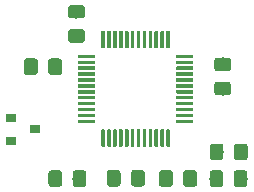
<source format=gbr>
G04 #@! TF.GenerationSoftware,KiCad,Pcbnew,5.1.3-ffb9f22~84~ubuntu18.04.1*
G04 #@! TF.CreationDate,2019-07-28T18:08:26+02:00*
G04 #@! TF.ProjectId,board,626f6172-642e-46b6-9963-61645f706362,rev?*
G04 #@! TF.SameCoordinates,Original*
G04 #@! TF.FileFunction,Paste,Top*
G04 #@! TF.FilePolarity,Positive*
%FSLAX46Y46*%
G04 Gerber Fmt 4.6, Leading zero omitted, Abs format (unit mm)*
G04 Created by KiCad (PCBNEW 5.1.3-ffb9f22~84~ubuntu18.04.1) date 2019-07-28 18:08:26*
%MOMM*%
%LPD*%
G04 APERTURE LIST*
%ADD10C,0.100000*%
%ADD11C,1.150000*%
%ADD12R,0.900000X0.800000*%
%ADD13C,0.300000*%
G04 APERTURE END LIST*
D10*
G36*
X81832705Y-116349484D02*
G01*
X81856973Y-116353084D01*
X81880772Y-116359045D01*
X81903871Y-116367310D01*
X81926050Y-116377800D01*
X81947093Y-116390412D01*
X81966799Y-116405027D01*
X81984977Y-116421503D01*
X82001453Y-116439681D01*
X82016068Y-116459387D01*
X82028680Y-116480430D01*
X82039170Y-116502609D01*
X82047435Y-116525708D01*
X82053396Y-116549507D01*
X82056996Y-116573775D01*
X82058200Y-116598279D01*
X82058200Y-117498281D01*
X82056996Y-117522785D01*
X82053396Y-117547053D01*
X82047435Y-117570852D01*
X82039170Y-117593951D01*
X82028680Y-117616130D01*
X82016068Y-117637173D01*
X82001453Y-117656879D01*
X81984977Y-117675057D01*
X81966799Y-117691533D01*
X81947093Y-117706148D01*
X81926050Y-117718760D01*
X81903871Y-117729250D01*
X81880772Y-117737515D01*
X81856973Y-117743476D01*
X81832705Y-117747076D01*
X81808201Y-117748280D01*
X81158199Y-117748280D01*
X81133695Y-117747076D01*
X81109427Y-117743476D01*
X81085628Y-117737515D01*
X81062529Y-117729250D01*
X81040350Y-117718760D01*
X81019307Y-117706148D01*
X80999601Y-117691533D01*
X80981423Y-117675057D01*
X80964947Y-117656879D01*
X80950332Y-117637173D01*
X80937720Y-117616130D01*
X80927230Y-117593951D01*
X80918965Y-117570852D01*
X80913004Y-117547053D01*
X80909404Y-117522785D01*
X80908200Y-117498281D01*
X80908200Y-116598279D01*
X80909404Y-116573775D01*
X80913004Y-116549507D01*
X80918965Y-116525708D01*
X80927230Y-116502609D01*
X80937720Y-116480430D01*
X80950332Y-116459387D01*
X80964947Y-116439681D01*
X80981423Y-116421503D01*
X80999601Y-116405027D01*
X81019307Y-116390412D01*
X81040350Y-116377800D01*
X81062529Y-116367310D01*
X81085628Y-116359045D01*
X81109427Y-116353084D01*
X81133695Y-116349484D01*
X81158199Y-116348280D01*
X81808201Y-116348280D01*
X81832705Y-116349484D01*
X81832705Y-116349484D01*
G37*
D11*
X81483200Y-117048280D03*
D10*
G36*
X79782705Y-116349484D02*
G01*
X79806973Y-116353084D01*
X79830772Y-116359045D01*
X79853871Y-116367310D01*
X79876050Y-116377800D01*
X79897093Y-116390412D01*
X79916799Y-116405027D01*
X79934977Y-116421503D01*
X79951453Y-116439681D01*
X79966068Y-116459387D01*
X79978680Y-116480430D01*
X79989170Y-116502609D01*
X79997435Y-116525708D01*
X80003396Y-116549507D01*
X80006996Y-116573775D01*
X80008200Y-116598279D01*
X80008200Y-117498281D01*
X80006996Y-117522785D01*
X80003396Y-117547053D01*
X79997435Y-117570852D01*
X79989170Y-117593951D01*
X79978680Y-117616130D01*
X79966068Y-117637173D01*
X79951453Y-117656879D01*
X79934977Y-117675057D01*
X79916799Y-117691533D01*
X79897093Y-117706148D01*
X79876050Y-117718760D01*
X79853871Y-117729250D01*
X79830772Y-117737515D01*
X79806973Y-117743476D01*
X79782705Y-117747076D01*
X79758201Y-117748280D01*
X79108199Y-117748280D01*
X79083695Y-117747076D01*
X79059427Y-117743476D01*
X79035628Y-117737515D01*
X79012529Y-117729250D01*
X78990350Y-117718760D01*
X78969307Y-117706148D01*
X78949601Y-117691533D01*
X78931423Y-117675057D01*
X78914947Y-117656879D01*
X78900332Y-117637173D01*
X78887720Y-117616130D01*
X78877230Y-117593951D01*
X78868965Y-117570852D01*
X78863004Y-117547053D01*
X78859404Y-117522785D01*
X78858200Y-117498281D01*
X78858200Y-116598279D01*
X78859404Y-116573775D01*
X78863004Y-116549507D01*
X78868965Y-116525708D01*
X78877230Y-116502609D01*
X78887720Y-116480430D01*
X78900332Y-116459387D01*
X78914947Y-116439681D01*
X78931423Y-116421503D01*
X78949601Y-116405027D01*
X78969307Y-116390412D01*
X78990350Y-116377800D01*
X79012529Y-116367310D01*
X79035628Y-116359045D01*
X79059427Y-116353084D01*
X79083695Y-116349484D01*
X79108199Y-116348280D01*
X79758201Y-116348280D01*
X79782705Y-116349484D01*
X79782705Y-116349484D01*
G37*
D11*
X79433200Y-117048280D03*
D10*
G36*
X79767905Y-106875284D02*
G01*
X79792173Y-106878884D01*
X79815972Y-106884845D01*
X79839071Y-106893110D01*
X79861250Y-106903600D01*
X79882293Y-106916212D01*
X79901999Y-106930827D01*
X79920177Y-106947303D01*
X79936653Y-106965481D01*
X79951268Y-106985187D01*
X79963880Y-107006230D01*
X79974370Y-107028409D01*
X79982635Y-107051508D01*
X79988596Y-107075307D01*
X79992196Y-107099575D01*
X79993400Y-107124079D01*
X79993400Y-108024081D01*
X79992196Y-108048585D01*
X79988596Y-108072853D01*
X79982635Y-108096652D01*
X79974370Y-108119751D01*
X79963880Y-108141930D01*
X79951268Y-108162973D01*
X79936653Y-108182679D01*
X79920177Y-108200857D01*
X79901999Y-108217333D01*
X79882293Y-108231948D01*
X79861250Y-108244560D01*
X79839071Y-108255050D01*
X79815972Y-108263315D01*
X79792173Y-108269276D01*
X79767905Y-108272876D01*
X79743401Y-108274080D01*
X79093399Y-108274080D01*
X79068895Y-108272876D01*
X79044627Y-108269276D01*
X79020828Y-108263315D01*
X78997729Y-108255050D01*
X78975550Y-108244560D01*
X78954507Y-108231948D01*
X78934801Y-108217333D01*
X78916623Y-108200857D01*
X78900147Y-108182679D01*
X78885532Y-108162973D01*
X78872920Y-108141930D01*
X78862430Y-108119751D01*
X78854165Y-108096652D01*
X78848204Y-108072853D01*
X78844604Y-108048585D01*
X78843400Y-108024081D01*
X78843400Y-107124079D01*
X78844604Y-107099575D01*
X78848204Y-107075307D01*
X78854165Y-107051508D01*
X78862430Y-107028409D01*
X78872920Y-107006230D01*
X78885532Y-106985187D01*
X78900147Y-106965481D01*
X78916623Y-106947303D01*
X78934801Y-106930827D01*
X78954507Y-106916212D01*
X78975550Y-106903600D01*
X78997729Y-106893110D01*
X79020828Y-106884845D01*
X79044627Y-106878884D01*
X79068895Y-106875284D01*
X79093399Y-106874080D01*
X79743401Y-106874080D01*
X79767905Y-106875284D01*
X79767905Y-106875284D01*
G37*
D11*
X79418400Y-107574080D03*
D10*
G36*
X77717905Y-106875284D02*
G01*
X77742173Y-106878884D01*
X77765972Y-106884845D01*
X77789071Y-106893110D01*
X77811250Y-106903600D01*
X77832293Y-106916212D01*
X77851999Y-106930827D01*
X77870177Y-106947303D01*
X77886653Y-106965481D01*
X77901268Y-106985187D01*
X77913880Y-107006230D01*
X77924370Y-107028409D01*
X77932635Y-107051508D01*
X77938596Y-107075307D01*
X77942196Y-107099575D01*
X77943400Y-107124079D01*
X77943400Y-108024081D01*
X77942196Y-108048585D01*
X77938596Y-108072853D01*
X77932635Y-108096652D01*
X77924370Y-108119751D01*
X77913880Y-108141930D01*
X77901268Y-108162973D01*
X77886653Y-108182679D01*
X77870177Y-108200857D01*
X77851999Y-108217333D01*
X77832293Y-108231948D01*
X77811250Y-108244560D01*
X77789071Y-108255050D01*
X77765972Y-108263315D01*
X77742173Y-108269276D01*
X77717905Y-108272876D01*
X77693401Y-108274080D01*
X77043399Y-108274080D01*
X77018895Y-108272876D01*
X76994627Y-108269276D01*
X76970828Y-108263315D01*
X76947729Y-108255050D01*
X76925550Y-108244560D01*
X76904507Y-108231948D01*
X76884801Y-108217333D01*
X76866623Y-108200857D01*
X76850147Y-108182679D01*
X76835532Y-108162973D01*
X76822920Y-108141930D01*
X76812430Y-108119751D01*
X76804165Y-108096652D01*
X76798204Y-108072853D01*
X76794604Y-108048585D01*
X76793400Y-108024081D01*
X76793400Y-107124079D01*
X76794604Y-107099575D01*
X76798204Y-107075307D01*
X76804165Y-107051508D01*
X76812430Y-107028409D01*
X76822920Y-107006230D01*
X76835532Y-106985187D01*
X76850147Y-106965481D01*
X76866623Y-106947303D01*
X76884801Y-106930827D01*
X76904507Y-106916212D01*
X76925550Y-106903600D01*
X76947729Y-106893110D01*
X76970828Y-106884845D01*
X76994627Y-106878884D01*
X77018895Y-106875284D01*
X77043399Y-106874080D01*
X77693401Y-106874080D01*
X77717905Y-106875284D01*
X77717905Y-106875284D01*
G37*
D11*
X77368400Y-107574080D03*
D10*
G36*
X81706245Y-104395624D02*
G01*
X81730513Y-104399224D01*
X81754312Y-104405185D01*
X81777411Y-104413450D01*
X81799590Y-104423940D01*
X81820633Y-104436552D01*
X81840339Y-104451167D01*
X81858517Y-104467643D01*
X81874993Y-104485821D01*
X81889608Y-104505527D01*
X81902220Y-104526570D01*
X81912710Y-104548749D01*
X81920975Y-104571848D01*
X81926936Y-104595647D01*
X81930536Y-104619915D01*
X81931740Y-104644419D01*
X81931740Y-105294421D01*
X81930536Y-105318925D01*
X81926936Y-105343193D01*
X81920975Y-105366992D01*
X81912710Y-105390091D01*
X81902220Y-105412270D01*
X81889608Y-105433313D01*
X81874993Y-105453019D01*
X81858517Y-105471197D01*
X81840339Y-105487673D01*
X81820633Y-105502288D01*
X81799590Y-105514900D01*
X81777411Y-105525390D01*
X81754312Y-105533655D01*
X81730513Y-105539616D01*
X81706245Y-105543216D01*
X81681741Y-105544420D01*
X80781739Y-105544420D01*
X80757235Y-105543216D01*
X80732967Y-105539616D01*
X80709168Y-105533655D01*
X80686069Y-105525390D01*
X80663890Y-105514900D01*
X80642847Y-105502288D01*
X80623141Y-105487673D01*
X80604963Y-105471197D01*
X80588487Y-105453019D01*
X80573872Y-105433313D01*
X80561260Y-105412270D01*
X80550770Y-105390091D01*
X80542505Y-105366992D01*
X80536544Y-105343193D01*
X80532944Y-105318925D01*
X80531740Y-105294421D01*
X80531740Y-104644419D01*
X80532944Y-104619915D01*
X80536544Y-104595647D01*
X80542505Y-104571848D01*
X80550770Y-104548749D01*
X80561260Y-104526570D01*
X80573872Y-104505527D01*
X80588487Y-104485821D01*
X80604963Y-104467643D01*
X80623141Y-104451167D01*
X80642847Y-104436552D01*
X80663890Y-104423940D01*
X80686069Y-104413450D01*
X80709168Y-104405185D01*
X80732967Y-104399224D01*
X80757235Y-104395624D01*
X80781739Y-104394420D01*
X81681741Y-104394420D01*
X81706245Y-104395624D01*
X81706245Y-104395624D01*
G37*
D11*
X81231740Y-104969420D03*
D10*
G36*
X81706245Y-102345624D02*
G01*
X81730513Y-102349224D01*
X81754312Y-102355185D01*
X81777411Y-102363450D01*
X81799590Y-102373940D01*
X81820633Y-102386552D01*
X81840339Y-102401167D01*
X81858517Y-102417643D01*
X81874993Y-102435821D01*
X81889608Y-102455527D01*
X81902220Y-102476570D01*
X81912710Y-102498749D01*
X81920975Y-102521848D01*
X81926936Y-102545647D01*
X81930536Y-102569915D01*
X81931740Y-102594419D01*
X81931740Y-103244421D01*
X81930536Y-103268925D01*
X81926936Y-103293193D01*
X81920975Y-103316992D01*
X81912710Y-103340091D01*
X81902220Y-103362270D01*
X81889608Y-103383313D01*
X81874993Y-103403019D01*
X81858517Y-103421197D01*
X81840339Y-103437673D01*
X81820633Y-103452288D01*
X81799590Y-103464900D01*
X81777411Y-103475390D01*
X81754312Y-103483655D01*
X81730513Y-103489616D01*
X81706245Y-103493216D01*
X81681741Y-103494420D01*
X80781739Y-103494420D01*
X80757235Y-103493216D01*
X80732967Y-103489616D01*
X80709168Y-103483655D01*
X80686069Y-103475390D01*
X80663890Y-103464900D01*
X80642847Y-103452288D01*
X80623141Y-103437673D01*
X80604963Y-103421197D01*
X80588487Y-103403019D01*
X80573872Y-103383313D01*
X80561260Y-103362270D01*
X80550770Y-103340091D01*
X80542505Y-103316992D01*
X80536544Y-103293193D01*
X80532944Y-103268925D01*
X80531740Y-103244421D01*
X80531740Y-102594419D01*
X80532944Y-102569915D01*
X80536544Y-102545647D01*
X80542505Y-102521848D01*
X80550770Y-102498749D01*
X80561260Y-102476570D01*
X80573872Y-102455527D01*
X80588487Y-102435821D01*
X80604963Y-102417643D01*
X80623141Y-102401167D01*
X80642847Y-102386552D01*
X80663890Y-102373940D01*
X80686069Y-102363450D01*
X80709168Y-102355185D01*
X80732967Y-102349224D01*
X80757235Y-102345624D01*
X80781739Y-102344420D01*
X81681741Y-102344420D01*
X81706245Y-102345624D01*
X81706245Y-102345624D01*
G37*
D11*
X81231740Y-102919420D03*
D10*
G36*
X86785705Y-116324084D02*
G01*
X86809973Y-116327684D01*
X86833772Y-116333645D01*
X86856871Y-116341910D01*
X86879050Y-116352400D01*
X86900093Y-116365012D01*
X86919799Y-116379627D01*
X86937977Y-116396103D01*
X86954453Y-116414281D01*
X86969068Y-116433987D01*
X86981680Y-116455030D01*
X86992170Y-116477209D01*
X87000435Y-116500308D01*
X87006396Y-116524107D01*
X87009996Y-116548375D01*
X87011200Y-116572879D01*
X87011200Y-117472881D01*
X87009996Y-117497385D01*
X87006396Y-117521653D01*
X87000435Y-117545452D01*
X86992170Y-117568551D01*
X86981680Y-117590730D01*
X86969068Y-117611773D01*
X86954453Y-117631479D01*
X86937977Y-117649657D01*
X86919799Y-117666133D01*
X86900093Y-117680748D01*
X86879050Y-117693360D01*
X86856871Y-117703850D01*
X86833772Y-117712115D01*
X86809973Y-117718076D01*
X86785705Y-117721676D01*
X86761201Y-117722880D01*
X86111199Y-117722880D01*
X86086695Y-117721676D01*
X86062427Y-117718076D01*
X86038628Y-117712115D01*
X86015529Y-117703850D01*
X85993350Y-117693360D01*
X85972307Y-117680748D01*
X85952601Y-117666133D01*
X85934423Y-117649657D01*
X85917947Y-117631479D01*
X85903332Y-117611773D01*
X85890720Y-117590730D01*
X85880230Y-117568551D01*
X85871965Y-117545452D01*
X85866004Y-117521653D01*
X85862404Y-117497385D01*
X85861200Y-117472881D01*
X85861200Y-116572879D01*
X85862404Y-116548375D01*
X85866004Y-116524107D01*
X85871965Y-116500308D01*
X85880230Y-116477209D01*
X85890720Y-116455030D01*
X85903332Y-116433987D01*
X85917947Y-116414281D01*
X85934423Y-116396103D01*
X85952601Y-116379627D01*
X85972307Y-116365012D01*
X85993350Y-116352400D01*
X86015529Y-116341910D01*
X86038628Y-116333645D01*
X86062427Y-116327684D01*
X86086695Y-116324084D01*
X86111199Y-116322880D01*
X86761201Y-116322880D01*
X86785705Y-116324084D01*
X86785705Y-116324084D01*
G37*
D11*
X86436200Y-117022880D03*
D10*
G36*
X84735705Y-116324084D02*
G01*
X84759973Y-116327684D01*
X84783772Y-116333645D01*
X84806871Y-116341910D01*
X84829050Y-116352400D01*
X84850093Y-116365012D01*
X84869799Y-116379627D01*
X84887977Y-116396103D01*
X84904453Y-116414281D01*
X84919068Y-116433987D01*
X84931680Y-116455030D01*
X84942170Y-116477209D01*
X84950435Y-116500308D01*
X84956396Y-116524107D01*
X84959996Y-116548375D01*
X84961200Y-116572879D01*
X84961200Y-117472881D01*
X84959996Y-117497385D01*
X84956396Y-117521653D01*
X84950435Y-117545452D01*
X84942170Y-117568551D01*
X84931680Y-117590730D01*
X84919068Y-117611773D01*
X84904453Y-117631479D01*
X84887977Y-117649657D01*
X84869799Y-117666133D01*
X84850093Y-117680748D01*
X84829050Y-117693360D01*
X84806871Y-117703850D01*
X84783772Y-117712115D01*
X84759973Y-117718076D01*
X84735705Y-117721676D01*
X84711201Y-117722880D01*
X84061199Y-117722880D01*
X84036695Y-117721676D01*
X84012427Y-117718076D01*
X83988628Y-117712115D01*
X83965529Y-117703850D01*
X83943350Y-117693360D01*
X83922307Y-117680748D01*
X83902601Y-117666133D01*
X83884423Y-117649657D01*
X83867947Y-117631479D01*
X83853332Y-117611773D01*
X83840720Y-117590730D01*
X83830230Y-117568551D01*
X83821965Y-117545452D01*
X83816004Y-117521653D01*
X83812404Y-117497385D01*
X83811200Y-117472881D01*
X83811200Y-116572879D01*
X83812404Y-116548375D01*
X83816004Y-116524107D01*
X83821965Y-116500308D01*
X83830230Y-116477209D01*
X83840720Y-116455030D01*
X83853332Y-116433987D01*
X83867947Y-116414281D01*
X83884423Y-116396103D01*
X83902601Y-116379627D01*
X83922307Y-116365012D01*
X83943350Y-116352400D01*
X83965529Y-116341910D01*
X83988628Y-116333645D01*
X84012427Y-116327684D01*
X84036695Y-116324084D01*
X84061199Y-116322880D01*
X84711201Y-116322880D01*
X84735705Y-116324084D01*
X84735705Y-116324084D01*
G37*
D11*
X84386200Y-117022880D03*
D10*
G36*
X93422505Y-116349484D02*
G01*
X93446773Y-116353084D01*
X93470572Y-116359045D01*
X93493671Y-116367310D01*
X93515850Y-116377800D01*
X93536893Y-116390412D01*
X93556599Y-116405027D01*
X93574777Y-116421503D01*
X93591253Y-116439681D01*
X93605868Y-116459387D01*
X93618480Y-116480430D01*
X93628970Y-116502609D01*
X93637235Y-116525708D01*
X93643196Y-116549507D01*
X93646796Y-116573775D01*
X93648000Y-116598279D01*
X93648000Y-117498281D01*
X93646796Y-117522785D01*
X93643196Y-117547053D01*
X93637235Y-117570852D01*
X93628970Y-117593951D01*
X93618480Y-117616130D01*
X93605868Y-117637173D01*
X93591253Y-117656879D01*
X93574777Y-117675057D01*
X93556599Y-117691533D01*
X93536893Y-117706148D01*
X93515850Y-117718760D01*
X93493671Y-117729250D01*
X93470572Y-117737515D01*
X93446773Y-117743476D01*
X93422505Y-117747076D01*
X93398001Y-117748280D01*
X92747999Y-117748280D01*
X92723495Y-117747076D01*
X92699227Y-117743476D01*
X92675428Y-117737515D01*
X92652329Y-117729250D01*
X92630150Y-117718760D01*
X92609107Y-117706148D01*
X92589401Y-117691533D01*
X92571223Y-117675057D01*
X92554747Y-117656879D01*
X92540132Y-117637173D01*
X92527520Y-117616130D01*
X92517030Y-117593951D01*
X92508765Y-117570852D01*
X92502804Y-117547053D01*
X92499204Y-117522785D01*
X92498000Y-117498281D01*
X92498000Y-116598279D01*
X92499204Y-116573775D01*
X92502804Y-116549507D01*
X92508765Y-116525708D01*
X92517030Y-116502609D01*
X92527520Y-116480430D01*
X92540132Y-116459387D01*
X92554747Y-116439681D01*
X92571223Y-116421503D01*
X92589401Y-116405027D01*
X92609107Y-116390412D01*
X92630150Y-116377800D01*
X92652329Y-116367310D01*
X92675428Y-116359045D01*
X92699227Y-116353084D01*
X92723495Y-116349484D01*
X92747999Y-116348280D01*
X93398001Y-116348280D01*
X93422505Y-116349484D01*
X93422505Y-116349484D01*
G37*
D11*
X93073000Y-117048280D03*
D10*
G36*
X95472505Y-116349484D02*
G01*
X95496773Y-116353084D01*
X95520572Y-116359045D01*
X95543671Y-116367310D01*
X95565850Y-116377800D01*
X95586893Y-116390412D01*
X95606599Y-116405027D01*
X95624777Y-116421503D01*
X95641253Y-116439681D01*
X95655868Y-116459387D01*
X95668480Y-116480430D01*
X95678970Y-116502609D01*
X95687235Y-116525708D01*
X95693196Y-116549507D01*
X95696796Y-116573775D01*
X95698000Y-116598279D01*
X95698000Y-117498281D01*
X95696796Y-117522785D01*
X95693196Y-117547053D01*
X95687235Y-117570852D01*
X95678970Y-117593951D01*
X95668480Y-117616130D01*
X95655868Y-117637173D01*
X95641253Y-117656879D01*
X95624777Y-117675057D01*
X95606599Y-117691533D01*
X95586893Y-117706148D01*
X95565850Y-117718760D01*
X95543671Y-117729250D01*
X95520572Y-117737515D01*
X95496773Y-117743476D01*
X95472505Y-117747076D01*
X95448001Y-117748280D01*
X94797999Y-117748280D01*
X94773495Y-117747076D01*
X94749227Y-117743476D01*
X94725428Y-117737515D01*
X94702329Y-117729250D01*
X94680150Y-117718760D01*
X94659107Y-117706148D01*
X94639401Y-117691533D01*
X94621223Y-117675057D01*
X94604747Y-117656879D01*
X94590132Y-117637173D01*
X94577520Y-117616130D01*
X94567030Y-117593951D01*
X94558765Y-117570852D01*
X94552804Y-117547053D01*
X94549204Y-117522785D01*
X94548000Y-117498281D01*
X94548000Y-116598279D01*
X94549204Y-116573775D01*
X94552804Y-116549507D01*
X94558765Y-116525708D01*
X94567030Y-116502609D01*
X94577520Y-116480430D01*
X94590132Y-116459387D01*
X94604747Y-116439681D01*
X94621223Y-116421503D01*
X94639401Y-116405027D01*
X94659107Y-116390412D01*
X94680150Y-116377800D01*
X94702329Y-116367310D01*
X94725428Y-116359045D01*
X94749227Y-116353084D01*
X94773495Y-116349484D01*
X94797999Y-116348280D01*
X95448001Y-116348280D01*
X95472505Y-116349484D01*
X95472505Y-116349484D01*
G37*
D11*
X95123000Y-117048280D03*
D10*
G36*
X91197905Y-116349484D02*
G01*
X91222173Y-116353084D01*
X91245972Y-116359045D01*
X91269071Y-116367310D01*
X91291250Y-116377800D01*
X91312293Y-116390412D01*
X91331999Y-116405027D01*
X91350177Y-116421503D01*
X91366653Y-116439681D01*
X91381268Y-116459387D01*
X91393880Y-116480430D01*
X91404370Y-116502609D01*
X91412635Y-116525708D01*
X91418596Y-116549507D01*
X91422196Y-116573775D01*
X91423400Y-116598279D01*
X91423400Y-117498281D01*
X91422196Y-117522785D01*
X91418596Y-117547053D01*
X91412635Y-117570852D01*
X91404370Y-117593951D01*
X91393880Y-117616130D01*
X91381268Y-117637173D01*
X91366653Y-117656879D01*
X91350177Y-117675057D01*
X91331999Y-117691533D01*
X91312293Y-117706148D01*
X91291250Y-117718760D01*
X91269071Y-117729250D01*
X91245972Y-117737515D01*
X91222173Y-117743476D01*
X91197905Y-117747076D01*
X91173401Y-117748280D01*
X90523399Y-117748280D01*
X90498895Y-117747076D01*
X90474627Y-117743476D01*
X90450828Y-117737515D01*
X90427729Y-117729250D01*
X90405550Y-117718760D01*
X90384507Y-117706148D01*
X90364801Y-117691533D01*
X90346623Y-117675057D01*
X90330147Y-117656879D01*
X90315532Y-117637173D01*
X90302920Y-117616130D01*
X90292430Y-117593951D01*
X90284165Y-117570852D01*
X90278204Y-117547053D01*
X90274604Y-117522785D01*
X90273400Y-117498281D01*
X90273400Y-116598279D01*
X90274604Y-116573775D01*
X90278204Y-116549507D01*
X90284165Y-116525708D01*
X90292430Y-116502609D01*
X90302920Y-116480430D01*
X90315532Y-116459387D01*
X90330147Y-116439681D01*
X90346623Y-116421503D01*
X90364801Y-116405027D01*
X90384507Y-116390412D01*
X90405550Y-116377800D01*
X90427729Y-116367310D01*
X90450828Y-116359045D01*
X90474627Y-116353084D01*
X90498895Y-116349484D01*
X90523399Y-116348280D01*
X91173401Y-116348280D01*
X91197905Y-116349484D01*
X91197905Y-116349484D01*
G37*
D11*
X90848400Y-117048280D03*
D10*
G36*
X89147905Y-116349484D02*
G01*
X89172173Y-116353084D01*
X89195972Y-116359045D01*
X89219071Y-116367310D01*
X89241250Y-116377800D01*
X89262293Y-116390412D01*
X89281999Y-116405027D01*
X89300177Y-116421503D01*
X89316653Y-116439681D01*
X89331268Y-116459387D01*
X89343880Y-116480430D01*
X89354370Y-116502609D01*
X89362635Y-116525708D01*
X89368596Y-116549507D01*
X89372196Y-116573775D01*
X89373400Y-116598279D01*
X89373400Y-117498281D01*
X89372196Y-117522785D01*
X89368596Y-117547053D01*
X89362635Y-117570852D01*
X89354370Y-117593951D01*
X89343880Y-117616130D01*
X89331268Y-117637173D01*
X89316653Y-117656879D01*
X89300177Y-117675057D01*
X89281999Y-117691533D01*
X89262293Y-117706148D01*
X89241250Y-117718760D01*
X89219071Y-117729250D01*
X89195972Y-117737515D01*
X89172173Y-117743476D01*
X89147905Y-117747076D01*
X89123401Y-117748280D01*
X88473399Y-117748280D01*
X88448895Y-117747076D01*
X88424627Y-117743476D01*
X88400828Y-117737515D01*
X88377729Y-117729250D01*
X88355550Y-117718760D01*
X88334507Y-117706148D01*
X88314801Y-117691533D01*
X88296623Y-117675057D01*
X88280147Y-117656879D01*
X88265532Y-117637173D01*
X88252920Y-117616130D01*
X88242430Y-117593951D01*
X88234165Y-117570852D01*
X88228204Y-117547053D01*
X88224604Y-117522785D01*
X88223400Y-117498281D01*
X88223400Y-116598279D01*
X88224604Y-116573775D01*
X88228204Y-116549507D01*
X88234165Y-116525708D01*
X88242430Y-116502609D01*
X88252920Y-116480430D01*
X88265532Y-116459387D01*
X88280147Y-116439681D01*
X88296623Y-116421503D01*
X88314801Y-116405027D01*
X88334507Y-116390412D01*
X88355550Y-116377800D01*
X88377729Y-116367310D01*
X88400828Y-116359045D01*
X88424627Y-116353084D01*
X88448895Y-116349484D01*
X88473399Y-116348280D01*
X89123401Y-116348280D01*
X89147905Y-116349484D01*
X89147905Y-116349484D01*
G37*
D11*
X88798400Y-117048280D03*
D10*
G36*
X94073505Y-108851944D02*
G01*
X94097773Y-108855544D01*
X94121572Y-108861505D01*
X94144671Y-108869770D01*
X94166850Y-108880260D01*
X94187893Y-108892872D01*
X94207599Y-108907487D01*
X94225777Y-108923963D01*
X94242253Y-108942141D01*
X94256868Y-108961847D01*
X94269480Y-108982890D01*
X94279970Y-109005069D01*
X94288235Y-109028168D01*
X94294196Y-109051967D01*
X94297796Y-109076235D01*
X94299000Y-109100739D01*
X94299000Y-109750741D01*
X94297796Y-109775245D01*
X94294196Y-109799513D01*
X94288235Y-109823312D01*
X94279970Y-109846411D01*
X94269480Y-109868590D01*
X94256868Y-109889633D01*
X94242253Y-109909339D01*
X94225777Y-109927517D01*
X94207599Y-109943993D01*
X94187893Y-109958608D01*
X94166850Y-109971220D01*
X94144671Y-109981710D01*
X94121572Y-109989975D01*
X94097773Y-109995936D01*
X94073505Y-109999536D01*
X94049001Y-110000740D01*
X93148999Y-110000740D01*
X93124495Y-109999536D01*
X93100227Y-109995936D01*
X93076428Y-109989975D01*
X93053329Y-109981710D01*
X93031150Y-109971220D01*
X93010107Y-109958608D01*
X92990401Y-109943993D01*
X92972223Y-109927517D01*
X92955747Y-109909339D01*
X92941132Y-109889633D01*
X92928520Y-109868590D01*
X92918030Y-109846411D01*
X92909765Y-109823312D01*
X92903804Y-109799513D01*
X92900204Y-109775245D01*
X92899000Y-109750741D01*
X92899000Y-109100739D01*
X92900204Y-109076235D01*
X92903804Y-109051967D01*
X92909765Y-109028168D01*
X92918030Y-109005069D01*
X92928520Y-108982890D01*
X92941132Y-108961847D01*
X92955747Y-108942141D01*
X92972223Y-108923963D01*
X92990401Y-108907487D01*
X93010107Y-108892872D01*
X93031150Y-108880260D01*
X93053329Y-108869770D01*
X93076428Y-108861505D01*
X93100227Y-108855544D01*
X93124495Y-108851944D01*
X93148999Y-108850740D01*
X94049001Y-108850740D01*
X94073505Y-108851944D01*
X94073505Y-108851944D01*
G37*
D11*
X93599000Y-109425740D03*
D10*
G36*
X94073505Y-106801944D02*
G01*
X94097773Y-106805544D01*
X94121572Y-106811505D01*
X94144671Y-106819770D01*
X94166850Y-106830260D01*
X94187893Y-106842872D01*
X94207599Y-106857487D01*
X94225777Y-106873963D01*
X94242253Y-106892141D01*
X94256868Y-106911847D01*
X94269480Y-106932890D01*
X94279970Y-106955069D01*
X94288235Y-106978168D01*
X94294196Y-107001967D01*
X94297796Y-107026235D01*
X94299000Y-107050739D01*
X94299000Y-107700741D01*
X94297796Y-107725245D01*
X94294196Y-107749513D01*
X94288235Y-107773312D01*
X94279970Y-107796411D01*
X94269480Y-107818590D01*
X94256868Y-107839633D01*
X94242253Y-107859339D01*
X94225777Y-107877517D01*
X94207599Y-107893993D01*
X94187893Y-107908608D01*
X94166850Y-107921220D01*
X94144671Y-107931710D01*
X94121572Y-107939975D01*
X94097773Y-107945936D01*
X94073505Y-107949536D01*
X94049001Y-107950740D01*
X93148999Y-107950740D01*
X93124495Y-107949536D01*
X93100227Y-107945936D01*
X93076428Y-107939975D01*
X93053329Y-107931710D01*
X93031150Y-107921220D01*
X93010107Y-107908608D01*
X92990401Y-107893993D01*
X92972223Y-107877517D01*
X92955747Y-107859339D01*
X92941132Y-107839633D01*
X92928520Y-107818590D01*
X92918030Y-107796411D01*
X92909765Y-107773312D01*
X92903804Y-107749513D01*
X92900204Y-107725245D01*
X92899000Y-107700741D01*
X92899000Y-107050739D01*
X92900204Y-107026235D01*
X92903804Y-107001967D01*
X92909765Y-106978168D01*
X92918030Y-106955069D01*
X92928520Y-106932890D01*
X92941132Y-106911847D01*
X92955747Y-106892141D01*
X92972223Y-106873963D01*
X92990401Y-106857487D01*
X93010107Y-106842872D01*
X93031150Y-106830260D01*
X93053329Y-106819770D01*
X93076428Y-106811505D01*
X93100227Y-106805544D01*
X93124495Y-106801944D01*
X93148999Y-106800740D01*
X94049001Y-106800740D01*
X94073505Y-106801944D01*
X94073505Y-106801944D01*
G37*
D11*
X93599000Y-107375740D03*
D10*
G36*
X93447905Y-114086344D02*
G01*
X93472173Y-114089944D01*
X93495972Y-114095905D01*
X93519071Y-114104170D01*
X93541250Y-114114660D01*
X93562293Y-114127272D01*
X93581999Y-114141887D01*
X93600177Y-114158363D01*
X93616653Y-114176541D01*
X93631268Y-114196247D01*
X93643880Y-114217290D01*
X93654370Y-114239469D01*
X93662635Y-114262568D01*
X93668596Y-114286367D01*
X93672196Y-114310635D01*
X93673400Y-114335139D01*
X93673400Y-115235141D01*
X93672196Y-115259645D01*
X93668596Y-115283913D01*
X93662635Y-115307712D01*
X93654370Y-115330811D01*
X93643880Y-115352990D01*
X93631268Y-115374033D01*
X93616653Y-115393739D01*
X93600177Y-115411917D01*
X93581999Y-115428393D01*
X93562293Y-115443008D01*
X93541250Y-115455620D01*
X93519071Y-115466110D01*
X93495972Y-115474375D01*
X93472173Y-115480336D01*
X93447905Y-115483936D01*
X93423401Y-115485140D01*
X92773399Y-115485140D01*
X92748895Y-115483936D01*
X92724627Y-115480336D01*
X92700828Y-115474375D01*
X92677729Y-115466110D01*
X92655550Y-115455620D01*
X92634507Y-115443008D01*
X92614801Y-115428393D01*
X92596623Y-115411917D01*
X92580147Y-115393739D01*
X92565532Y-115374033D01*
X92552920Y-115352990D01*
X92542430Y-115330811D01*
X92534165Y-115307712D01*
X92528204Y-115283913D01*
X92524604Y-115259645D01*
X92523400Y-115235141D01*
X92523400Y-114335139D01*
X92524604Y-114310635D01*
X92528204Y-114286367D01*
X92534165Y-114262568D01*
X92542430Y-114239469D01*
X92552920Y-114217290D01*
X92565532Y-114196247D01*
X92580147Y-114176541D01*
X92596623Y-114158363D01*
X92614801Y-114141887D01*
X92634507Y-114127272D01*
X92655550Y-114114660D01*
X92677729Y-114104170D01*
X92700828Y-114095905D01*
X92724627Y-114089944D01*
X92748895Y-114086344D01*
X92773399Y-114085140D01*
X93423401Y-114085140D01*
X93447905Y-114086344D01*
X93447905Y-114086344D01*
G37*
D11*
X93098400Y-114785140D03*
D10*
G36*
X95497905Y-114086344D02*
G01*
X95522173Y-114089944D01*
X95545972Y-114095905D01*
X95569071Y-114104170D01*
X95591250Y-114114660D01*
X95612293Y-114127272D01*
X95631999Y-114141887D01*
X95650177Y-114158363D01*
X95666653Y-114176541D01*
X95681268Y-114196247D01*
X95693880Y-114217290D01*
X95704370Y-114239469D01*
X95712635Y-114262568D01*
X95718596Y-114286367D01*
X95722196Y-114310635D01*
X95723400Y-114335139D01*
X95723400Y-115235141D01*
X95722196Y-115259645D01*
X95718596Y-115283913D01*
X95712635Y-115307712D01*
X95704370Y-115330811D01*
X95693880Y-115352990D01*
X95681268Y-115374033D01*
X95666653Y-115393739D01*
X95650177Y-115411917D01*
X95631999Y-115428393D01*
X95612293Y-115443008D01*
X95591250Y-115455620D01*
X95569071Y-115466110D01*
X95545972Y-115474375D01*
X95522173Y-115480336D01*
X95497905Y-115483936D01*
X95473401Y-115485140D01*
X94823399Y-115485140D01*
X94798895Y-115483936D01*
X94774627Y-115480336D01*
X94750828Y-115474375D01*
X94727729Y-115466110D01*
X94705550Y-115455620D01*
X94684507Y-115443008D01*
X94664801Y-115428393D01*
X94646623Y-115411917D01*
X94630147Y-115393739D01*
X94615532Y-115374033D01*
X94602920Y-115352990D01*
X94592430Y-115330811D01*
X94584165Y-115307712D01*
X94578204Y-115283913D01*
X94574604Y-115259645D01*
X94573400Y-115235141D01*
X94573400Y-114335139D01*
X94574604Y-114310635D01*
X94578204Y-114286367D01*
X94584165Y-114262568D01*
X94592430Y-114239469D01*
X94602920Y-114217290D01*
X94615532Y-114196247D01*
X94630147Y-114176541D01*
X94646623Y-114158363D01*
X94664801Y-114141887D01*
X94684507Y-114127272D01*
X94705550Y-114114660D01*
X94727729Y-114104170D01*
X94750828Y-114095905D01*
X94774627Y-114089944D01*
X94798895Y-114086344D01*
X94823399Y-114085140D01*
X95473401Y-114085140D01*
X95497905Y-114086344D01*
X95497905Y-114086344D01*
G37*
D11*
X95148400Y-114785140D03*
D12*
X75718160Y-111942840D03*
X75718160Y-113842840D03*
X77718160Y-112892840D03*
D10*
G36*
X91067891Y-112054041D02*
G01*
X91075172Y-112055121D01*
X91082311Y-112056909D01*
X91089241Y-112059389D01*
X91095895Y-112062536D01*
X91102208Y-112066320D01*
X91108119Y-112070704D01*
X91113573Y-112075647D01*
X91118516Y-112081101D01*
X91122900Y-112087012D01*
X91126684Y-112093325D01*
X91129831Y-112099979D01*
X91132311Y-112106909D01*
X91134099Y-112114048D01*
X91135179Y-112121329D01*
X91135540Y-112128680D01*
X91135540Y-112278680D01*
X91135179Y-112286031D01*
X91134099Y-112293312D01*
X91132311Y-112300451D01*
X91129831Y-112307381D01*
X91126684Y-112314035D01*
X91122900Y-112320348D01*
X91118516Y-112326259D01*
X91113573Y-112331713D01*
X91108119Y-112336656D01*
X91102208Y-112341040D01*
X91095895Y-112344824D01*
X91089241Y-112347971D01*
X91082311Y-112350451D01*
X91075172Y-112352239D01*
X91067891Y-112353319D01*
X91060540Y-112353680D01*
X89735540Y-112353680D01*
X89728189Y-112353319D01*
X89720908Y-112352239D01*
X89713769Y-112350451D01*
X89706839Y-112347971D01*
X89700185Y-112344824D01*
X89693872Y-112341040D01*
X89687961Y-112336656D01*
X89682507Y-112331713D01*
X89677564Y-112326259D01*
X89673180Y-112320348D01*
X89669396Y-112314035D01*
X89666249Y-112307381D01*
X89663769Y-112300451D01*
X89661981Y-112293312D01*
X89660901Y-112286031D01*
X89660540Y-112278680D01*
X89660540Y-112128680D01*
X89660901Y-112121329D01*
X89661981Y-112114048D01*
X89663769Y-112106909D01*
X89666249Y-112099979D01*
X89669396Y-112093325D01*
X89673180Y-112087012D01*
X89677564Y-112081101D01*
X89682507Y-112075647D01*
X89687961Y-112070704D01*
X89693872Y-112066320D01*
X89700185Y-112062536D01*
X89706839Y-112059389D01*
X89713769Y-112056909D01*
X89720908Y-112055121D01*
X89728189Y-112054041D01*
X89735540Y-112053680D01*
X91060540Y-112053680D01*
X91067891Y-112054041D01*
X91067891Y-112054041D01*
G37*
D13*
X90398040Y-112203680D03*
D10*
G36*
X91067891Y-111554041D02*
G01*
X91075172Y-111555121D01*
X91082311Y-111556909D01*
X91089241Y-111559389D01*
X91095895Y-111562536D01*
X91102208Y-111566320D01*
X91108119Y-111570704D01*
X91113573Y-111575647D01*
X91118516Y-111581101D01*
X91122900Y-111587012D01*
X91126684Y-111593325D01*
X91129831Y-111599979D01*
X91132311Y-111606909D01*
X91134099Y-111614048D01*
X91135179Y-111621329D01*
X91135540Y-111628680D01*
X91135540Y-111778680D01*
X91135179Y-111786031D01*
X91134099Y-111793312D01*
X91132311Y-111800451D01*
X91129831Y-111807381D01*
X91126684Y-111814035D01*
X91122900Y-111820348D01*
X91118516Y-111826259D01*
X91113573Y-111831713D01*
X91108119Y-111836656D01*
X91102208Y-111841040D01*
X91095895Y-111844824D01*
X91089241Y-111847971D01*
X91082311Y-111850451D01*
X91075172Y-111852239D01*
X91067891Y-111853319D01*
X91060540Y-111853680D01*
X89735540Y-111853680D01*
X89728189Y-111853319D01*
X89720908Y-111852239D01*
X89713769Y-111850451D01*
X89706839Y-111847971D01*
X89700185Y-111844824D01*
X89693872Y-111841040D01*
X89687961Y-111836656D01*
X89682507Y-111831713D01*
X89677564Y-111826259D01*
X89673180Y-111820348D01*
X89669396Y-111814035D01*
X89666249Y-111807381D01*
X89663769Y-111800451D01*
X89661981Y-111793312D01*
X89660901Y-111786031D01*
X89660540Y-111778680D01*
X89660540Y-111628680D01*
X89660901Y-111621329D01*
X89661981Y-111614048D01*
X89663769Y-111606909D01*
X89666249Y-111599979D01*
X89669396Y-111593325D01*
X89673180Y-111587012D01*
X89677564Y-111581101D01*
X89682507Y-111575647D01*
X89687961Y-111570704D01*
X89693872Y-111566320D01*
X89700185Y-111562536D01*
X89706839Y-111559389D01*
X89713769Y-111556909D01*
X89720908Y-111555121D01*
X89728189Y-111554041D01*
X89735540Y-111553680D01*
X91060540Y-111553680D01*
X91067891Y-111554041D01*
X91067891Y-111554041D01*
G37*
D13*
X90398040Y-111703680D03*
D10*
G36*
X91067891Y-111054041D02*
G01*
X91075172Y-111055121D01*
X91082311Y-111056909D01*
X91089241Y-111059389D01*
X91095895Y-111062536D01*
X91102208Y-111066320D01*
X91108119Y-111070704D01*
X91113573Y-111075647D01*
X91118516Y-111081101D01*
X91122900Y-111087012D01*
X91126684Y-111093325D01*
X91129831Y-111099979D01*
X91132311Y-111106909D01*
X91134099Y-111114048D01*
X91135179Y-111121329D01*
X91135540Y-111128680D01*
X91135540Y-111278680D01*
X91135179Y-111286031D01*
X91134099Y-111293312D01*
X91132311Y-111300451D01*
X91129831Y-111307381D01*
X91126684Y-111314035D01*
X91122900Y-111320348D01*
X91118516Y-111326259D01*
X91113573Y-111331713D01*
X91108119Y-111336656D01*
X91102208Y-111341040D01*
X91095895Y-111344824D01*
X91089241Y-111347971D01*
X91082311Y-111350451D01*
X91075172Y-111352239D01*
X91067891Y-111353319D01*
X91060540Y-111353680D01*
X89735540Y-111353680D01*
X89728189Y-111353319D01*
X89720908Y-111352239D01*
X89713769Y-111350451D01*
X89706839Y-111347971D01*
X89700185Y-111344824D01*
X89693872Y-111341040D01*
X89687961Y-111336656D01*
X89682507Y-111331713D01*
X89677564Y-111326259D01*
X89673180Y-111320348D01*
X89669396Y-111314035D01*
X89666249Y-111307381D01*
X89663769Y-111300451D01*
X89661981Y-111293312D01*
X89660901Y-111286031D01*
X89660540Y-111278680D01*
X89660540Y-111128680D01*
X89660901Y-111121329D01*
X89661981Y-111114048D01*
X89663769Y-111106909D01*
X89666249Y-111099979D01*
X89669396Y-111093325D01*
X89673180Y-111087012D01*
X89677564Y-111081101D01*
X89682507Y-111075647D01*
X89687961Y-111070704D01*
X89693872Y-111066320D01*
X89700185Y-111062536D01*
X89706839Y-111059389D01*
X89713769Y-111056909D01*
X89720908Y-111055121D01*
X89728189Y-111054041D01*
X89735540Y-111053680D01*
X91060540Y-111053680D01*
X91067891Y-111054041D01*
X91067891Y-111054041D01*
G37*
D13*
X90398040Y-111203680D03*
D10*
G36*
X91067891Y-110554041D02*
G01*
X91075172Y-110555121D01*
X91082311Y-110556909D01*
X91089241Y-110559389D01*
X91095895Y-110562536D01*
X91102208Y-110566320D01*
X91108119Y-110570704D01*
X91113573Y-110575647D01*
X91118516Y-110581101D01*
X91122900Y-110587012D01*
X91126684Y-110593325D01*
X91129831Y-110599979D01*
X91132311Y-110606909D01*
X91134099Y-110614048D01*
X91135179Y-110621329D01*
X91135540Y-110628680D01*
X91135540Y-110778680D01*
X91135179Y-110786031D01*
X91134099Y-110793312D01*
X91132311Y-110800451D01*
X91129831Y-110807381D01*
X91126684Y-110814035D01*
X91122900Y-110820348D01*
X91118516Y-110826259D01*
X91113573Y-110831713D01*
X91108119Y-110836656D01*
X91102208Y-110841040D01*
X91095895Y-110844824D01*
X91089241Y-110847971D01*
X91082311Y-110850451D01*
X91075172Y-110852239D01*
X91067891Y-110853319D01*
X91060540Y-110853680D01*
X89735540Y-110853680D01*
X89728189Y-110853319D01*
X89720908Y-110852239D01*
X89713769Y-110850451D01*
X89706839Y-110847971D01*
X89700185Y-110844824D01*
X89693872Y-110841040D01*
X89687961Y-110836656D01*
X89682507Y-110831713D01*
X89677564Y-110826259D01*
X89673180Y-110820348D01*
X89669396Y-110814035D01*
X89666249Y-110807381D01*
X89663769Y-110800451D01*
X89661981Y-110793312D01*
X89660901Y-110786031D01*
X89660540Y-110778680D01*
X89660540Y-110628680D01*
X89660901Y-110621329D01*
X89661981Y-110614048D01*
X89663769Y-110606909D01*
X89666249Y-110599979D01*
X89669396Y-110593325D01*
X89673180Y-110587012D01*
X89677564Y-110581101D01*
X89682507Y-110575647D01*
X89687961Y-110570704D01*
X89693872Y-110566320D01*
X89700185Y-110562536D01*
X89706839Y-110559389D01*
X89713769Y-110556909D01*
X89720908Y-110555121D01*
X89728189Y-110554041D01*
X89735540Y-110553680D01*
X91060540Y-110553680D01*
X91067891Y-110554041D01*
X91067891Y-110554041D01*
G37*
D13*
X90398040Y-110703680D03*
D10*
G36*
X91067891Y-110054041D02*
G01*
X91075172Y-110055121D01*
X91082311Y-110056909D01*
X91089241Y-110059389D01*
X91095895Y-110062536D01*
X91102208Y-110066320D01*
X91108119Y-110070704D01*
X91113573Y-110075647D01*
X91118516Y-110081101D01*
X91122900Y-110087012D01*
X91126684Y-110093325D01*
X91129831Y-110099979D01*
X91132311Y-110106909D01*
X91134099Y-110114048D01*
X91135179Y-110121329D01*
X91135540Y-110128680D01*
X91135540Y-110278680D01*
X91135179Y-110286031D01*
X91134099Y-110293312D01*
X91132311Y-110300451D01*
X91129831Y-110307381D01*
X91126684Y-110314035D01*
X91122900Y-110320348D01*
X91118516Y-110326259D01*
X91113573Y-110331713D01*
X91108119Y-110336656D01*
X91102208Y-110341040D01*
X91095895Y-110344824D01*
X91089241Y-110347971D01*
X91082311Y-110350451D01*
X91075172Y-110352239D01*
X91067891Y-110353319D01*
X91060540Y-110353680D01*
X89735540Y-110353680D01*
X89728189Y-110353319D01*
X89720908Y-110352239D01*
X89713769Y-110350451D01*
X89706839Y-110347971D01*
X89700185Y-110344824D01*
X89693872Y-110341040D01*
X89687961Y-110336656D01*
X89682507Y-110331713D01*
X89677564Y-110326259D01*
X89673180Y-110320348D01*
X89669396Y-110314035D01*
X89666249Y-110307381D01*
X89663769Y-110300451D01*
X89661981Y-110293312D01*
X89660901Y-110286031D01*
X89660540Y-110278680D01*
X89660540Y-110128680D01*
X89660901Y-110121329D01*
X89661981Y-110114048D01*
X89663769Y-110106909D01*
X89666249Y-110099979D01*
X89669396Y-110093325D01*
X89673180Y-110087012D01*
X89677564Y-110081101D01*
X89682507Y-110075647D01*
X89687961Y-110070704D01*
X89693872Y-110066320D01*
X89700185Y-110062536D01*
X89706839Y-110059389D01*
X89713769Y-110056909D01*
X89720908Y-110055121D01*
X89728189Y-110054041D01*
X89735540Y-110053680D01*
X91060540Y-110053680D01*
X91067891Y-110054041D01*
X91067891Y-110054041D01*
G37*
D13*
X90398040Y-110203680D03*
D10*
G36*
X91067891Y-109554041D02*
G01*
X91075172Y-109555121D01*
X91082311Y-109556909D01*
X91089241Y-109559389D01*
X91095895Y-109562536D01*
X91102208Y-109566320D01*
X91108119Y-109570704D01*
X91113573Y-109575647D01*
X91118516Y-109581101D01*
X91122900Y-109587012D01*
X91126684Y-109593325D01*
X91129831Y-109599979D01*
X91132311Y-109606909D01*
X91134099Y-109614048D01*
X91135179Y-109621329D01*
X91135540Y-109628680D01*
X91135540Y-109778680D01*
X91135179Y-109786031D01*
X91134099Y-109793312D01*
X91132311Y-109800451D01*
X91129831Y-109807381D01*
X91126684Y-109814035D01*
X91122900Y-109820348D01*
X91118516Y-109826259D01*
X91113573Y-109831713D01*
X91108119Y-109836656D01*
X91102208Y-109841040D01*
X91095895Y-109844824D01*
X91089241Y-109847971D01*
X91082311Y-109850451D01*
X91075172Y-109852239D01*
X91067891Y-109853319D01*
X91060540Y-109853680D01*
X89735540Y-109853680D01*
X89728189Y-109853319D01*
X89720908Y-109852239D01*
X89713769Y-109850451D01*
X89706839Y-109847971D01*
X89700185Y-109844824D01*
X89693872Y-109841040D01*
X89687961Y-109836656D01*
X89682507Y-109831713D01*
X89677564Y-109826259D01*
X89673180Y-109820348D01*
X89669396Y-109814035D01*
X89666249Y-109807381D01*
X89663769Y-109800451D01*
X89661981Y-109793312D01*
X89660901Y-109786031D01*
X89660540Y-109778680D01*
X89660540Y-109628680D01*
X89660901Y-109621329D01*
X89661981Y-109614048D01*
X89663769Y-109606909D01*
X89666249Y-109599979D01*
X89669396Y-109593325D01*
X89673180Y-109587012D01*
X89677564Y-109581101D01*
X89682507Y-109575647D01*
X89687961Y-109570704D01*
X89693872Y-109566320D01*
X89700185Y-109562536D01*
X89706839Y-109559389D01*
X89713769Y-109556909D01*
X89720908Y-109555121D01*
X89728189Y-109554041D01*
X89735540Y-109553680D01*
X91060540Y-109553680D01*
X91067891Y-109554041D01*
X91067891Y-109554041D01*
G37*
D13*
X90398040Y-109703680D03*
D10*
G36*
X91067891Y-109054041D02*
G01*
X91075172Y-109055121D01*
X91082311Y-109056909D01*
X91089241Y-109059389D01*
X91095895Y-109062536D01*
X91102208Y-109066320D01*
X91108119Y-109070704D01*
X91113573Y-109075647D01*
X91118516Y-109081101D01*
X91122900Y-109087012D01*
X91126684Y-109093325D01*
X91129831Y-109099979D01*
X91132311Y-109106909D01*
X91134099Y-109114048D01*
X91135179Y-109121329D01*
X91135540Y-109128680D01*
X91135540Y-109278680D01*
X91135179Y-109286031D01*
X91134099Y-109293312D01*
X91132311Y-109300451D01*
X91129831Y-109307381D01*
X91126684Y-109314035D01*
X91122900Y-109320348D01*
X91118516Y-109326259D01*
X91113573Y-109331713D01*
X91108119Y-109336656D01*
X91102208Y-109341040D01*
X91095895Y-109344824D01*
X91089241Y-109347971D01*
X91082311Y-109350451D01*
X91075172Y-109352239D01*
X91067891Y-109353319D01*
X91060540Y-109353680D01*
X89735540Y-109353680D01*
X89728189Y-109353319D01*
X89720908Y-109352239D01*
X89713769Y-109350451D01*
X89706839Y-109347971D01*
X89700185Y-109344824D01*
X89693872Y-109341040D01*
X89687961Y-109336656D01*
X89682507Y-109331713D01*
X89677564Y-109326259D01*
X89673180Y-109320348D01*
X89669396Y-109314035D01*
X89666249Y-109307381D01*
X89663769Y-109300451D01*
X89661981Y-109293312D01*
X89660901Y-109286031D01*
X89660540Y-109278680D01*
X89660540Y-109128680D01*
X89660901Y-109121329D01*
X89661981Y-109114048D01*
X89663769Y-109106909D01*
X89666249Y-109099979D01*
X89669396Y-109093325D01*
X89673180Y-109087012D01*
X89677564Y-109081101D01*
X89682507Y-109075647D01*
X89687961Y-109070704D01*
X89693872Y-109066320D01*
X89700185Y-109062536D01*
X89706839Y-109059389D01*
X89713769Y-109056909D01*
X89720908Y-109055121D01*
X89728189Y-109054041D01*
X89735540Y-109053680D01*
X91060540Y-109053680D01*
X91067891Y-109054041D01*
X91067891Y-109054041D01*
G37*
D13*
X90398040Y-109203680D03*
D10*
G36*
X91067891Y-108554041D02*
G01*
X91075172Y-108555121D01*
X91082311Y-108556909D01*
X91089241Y-108559389D01*
X91095895Y-108562536D01*
X91102208Y-108566320D01*
X91108119Y-108570704D01*
X91113573Y-108575647D01*
X91118516Y-108581101D01*
X91122900Y-108587012D01*
X91126684Y-108593325D01*
X91129831Y-108599979D01*
X91132311Y-108606909D01*
X91134099Y-108614048D01*
X91135179Y-108621329D01*
X91135540Y-108628680D01*
X91135540Y-108778680D01*
X91135179Y-108786031D01*
X91134099Y-108793312D01*
X91132311Y-108800451D01*
X91129831Y-108807381D01*
X91126684Y-108814035D01*
X91122900Y-108820348D01*
X91118516Y-108826259D01*
X91113573Y-108831713D01*
X91108119Y-108836656D01*
X91102208Y-108841040D01*
X91095895Y-108844824D01*
X91089241Y-108847971D01*
X91082311Y-108850451D01*
X91075172Y-108852239D01*
X91067891Y-108853319D01*
X91060540Y-108853680D01*
X89735540Y-108853680D01*
X89728189Y-108853319D01*
X89720908Y-108852239D01*
X89713769Y-108850451D01*
X89706839Y-108847971D01*
X89700185Y-108844824D01*
X89693872Y-108841040D01*
X89687961Y-108836656D01*
X89682507Y-108831713D01*
X89677564Y-108826259D01*
X89673180Y-108820348D01*
X89669396Y-108814035D01*
X89666249Y-108807381D01*
X89663769Y-108800451D01*
X89661981Y-108793312D01*
X89660901Y-108786031D01*
X89660540Y-108778680D01*
X89660540Y-108628680D01*
X89660901Y-108621329D01*
X89661981Y-108614048D01*
X89663769Y-108606909D01*
X89666249Y-108599979D01*
X89669396Y-108593325D01*
X89673180Y-108587012D01*
X89677564Y-108581101D01*
X89682507Y-108575647D01*
X89687961Y-108570704D01*
X89693872Y-108566320D01*
X89700185Y-108562536D01*
X89706839Y-108559389D01*
X89713769Y-108556909D01*
X89720908Y-108555121D01*
X89728189Y-108554041D01*
X89735540Y-108553680D01*
X91060540Y-108553680D01*
X91067891Y-108554041D01*
X91067891Y-108554041D01*
G37*
D13*
X90398040Y-108703680D03*
D10*
G36*
X91067891Y-108054041D02*
G01*
X91075172Y-108055121D01*
X91082311Y-108056909D01*
X91089241Y-108059389D01*
X91095895Y-108062536D01*
X91102208Y-108066320D01*
X91108119Y-108070704D01*
X91113573Y-108075647D01*
X91118516Y-108081101D01*
X91122900Y-108087012D01*
X91126684Y-108093325D01*
X91129831Y-108099979D01*
X91132311Y-108106909D01*
X91134099Y-108114048D01*
X91135179Y-108121329D01*
X91135540Y-108128680D01*
X91135540Y-108278680D01*
X91135179Y-108286031D01*
X91134099Y-108293312D01*
X91132311Y-108300451D01*
X91129831Y-108307381D01*
X91126684Y-108314035D01*
X91122900Y-108320348D01*
X91118516Y-108326259D01*
X91113573Y-108331713D01*
X91108119Y-108336656D01*
X91102208Y-108341040D01*
X91095895Y-108344824D01*
X91089241Y-108347971D01*
X91082311Y-108350451D01*
X91075172Y-108352239D01*
X91067891Y-108353319D01*
X91060540Y-108353680D01*
X89735540Y-108353680D01*
X89728189Y-108353319D01*
X89720908Y-108352239D01*
X89713769Y-108350451D01*
X89706839Y-108347971D01*
X89700185Y-108344824D01*
X89693872Y-108341040D01*
X89687961Y-108336656D01*
X89682507Y-108331713D01*
X89677564Y-108326259D01*
X89673180Y-108320348D01*
X89669396Y-108314035D01*
X89666249Y-108307381D01*
X89663769Y-108300451D01*
X89661981Y-108293312D01*
X89660901Y-108286031D01*
X89660540Y-108278680D01*
X89660540Y-108128680D01*
X89660901Y-108121329D01*
X89661981Y-108114048D01*
X89663769Y-108106909D01*
X89666249Y-108099979D01*
X89669396Y-108093325D01*
X89673180Y-108087012D01*
X89677564Y-108081101D01*
X89682507Y-108075647D01*
X89687961Y-108070704D01*
X89693872Y-108066320D01*
X89700185Y-108062536D01*
X89706839Y-108059389D01*
X89713769Y-108056909D01*
X89720908Y-108055121D01*
X89728189Y-108054041D01*
X89735540Y-108053680D01*
X91060540Y-108053680D01*
X91067891Y-108054041D01*
X91067891Y-108054041D01*
G37*
D13*
X90398040Y-108203680D03*
D10*
G36*
X91067891Y-107554041D02*
G01*
X91075172Y-107555121D01*
X91082311Y-107556909D01*
X91089241Y-107559389D01*
X91095895Y-107562536D01*
X91102208Y-107566320D01*
X91108119Y-107570704D01*
X91113573Y-107575647D01*
X91118516Y-107581101D01*
X91122900Y-107587012D01*
X91126684Y-107593325D01*
X91129831Y-107599979D01*
X91132311Y-107606909D01*
X91134099Y-107614048D01*
X91135179Y-107621329D01*
X91135540Y-107628680D01*
X91135540Y-107778680D01*
X91135179Y-107786031D01*
X91134099Y-107793312D01*
X91132311Y-107800451D01*
X91129831Y-107807381D01*
X91126684Y-107814035D01*
X91122900Y-107820348D01*
X91118516Y-107826259D01*
X91113573Y-107831713D01*
X91108119Y-107836656D01*
X91102208Y-107841040D01*
X91095895Y-107844824D01*
X91089241Y-107847971D01*
X91082311Y-107850451D01*
X91075172Y-107852239D01*
X91067891Y-107853319D01*
X91060540Y-107853680D01*
X89735540Y-107853680D01*
X89728189Y-107853319D01*
X89720908Y-107852239D01*
X89713769Y-107850451D01*
X89706839Y-107847971D01*
X89700185Y-107844824D01*
X89693872Y-107841040D01*
X89687961Y-107836656D01*
X89682507Y-107831713D01*
X89677564Y-107826259D01*
X89673180Y-107820348D01*
X89669396Y-107814035D01*
X89666249Y-107807381D01*
X89663769Y-107800451D01*
X89661981Y-107793312D01*
X89660901Y-107786031D01*
X89660540Y-107778680D01*
X89660540Y-107628680D01*
X89660901Y-107621329D01*
X89661981Y-107614048D01*
X89663769Y-107606909D01*
X89666249Y-107599979D01*
X89669396Y-107593325D01*
X89673180Y-107587012D01*
X89677564Y-107581101D01*
X89682507Y-107575647D01*
X89687961Y-107570704D01*
X89693872Y-107566320D01*
X89700185Y-107562536D01*
X89706839Y-107559389D01*
X89713769Y-107556909D01*
X89720908Y-107555121D01*
X89728189Y-107554041D01*
X89735540Y-107553680D01*
X91060540Y-107553680D01*
X91067891Y-107554041D01*
X91067891Y-107554041D01*
G37*
D13*
X90398040Y-107703680D03*
D10*
G36*
X91067891Y-107054041D02*
G01*
X91075172Y-107055121D01*
X91082311Y-107056909D01*
X91089241Y-107059389D01*
X91095895Y-107062536D01*
X91102208Y-107066320D01*
X91108119Y-107070704D01*
X91113573Y-107075647D01*
X91118516Y-107081101D01*
X91122900Y-107087012D01*
X91126684Y-107093325D01*
X91129831Y-107099979D01*
X91132311Y-107106909D01*
X91134099Y-107114048D01*
X91135179Y-107121329D01*
X91135540Y-107128680D01*
X91135540Y-107278680D01*
X91135179Y-107286031D01*
X91134099Y-107293312D01*
X91132311Y-107300451D01*
X91129831Y-107307381D01*
X91126684Y-107314035D01*
X91122900Y-107320348D01*
X91118516Y-107326259D01*
X91113573Y-107331713D01*
X91108119Y-107336656D01*
X91102208Y-107341040D01*
X91095895Y-107344824D01*
X91089241Y-107347971D01*
X91082311Y-107350451D01*
X91075172Y-107352239D01*
X91067891Y-107353319D01*
X91060540Y-107353680D01*
X89735540Y-107353680D01*
X89728189Y-107353319D01*
X89720908Y-107352239D01*
X89713769Y-107350451D01*
X89706839Y-107347971D01*
X89700185Y-107344824D01*
X89693872Y-107341040D01*
X89687961Y-107336656D01*
X89682507Y-107331713D01*
X89677564Y-107326259D01*
X89673180Y-107320348D01*
X89669396Y-107314035D01*
X89666249Y-107307381D01*
X89663769Y-107300451D01*
X89661981Y-107293312D01*
X89660901Y-107286031D01*
X89660540Y-107278680D01*
X89660540Y-107128680D01*
X89660901Y-107121329D01*
X89661981Y-107114048D01*
X89663769Y-107106909D01*
X89666249Y-107099979D01*
X89669396Y-107093325D01*
X89673180Y-107087012D01*
X89677564Y-107081101D01*
X89682507Y-107075647D01*
X89687961Y-107070704D01*
X89693872Y-107066320D01*
X89700185Y-107062536D01*
X89706839Y-107059389D01*
X89713769Y-107056909D01*
X89720908Y-107055121D01*
X89728189Y-107054041D01*
X89735540Y-107053680D01*
X91060540Y-107053680D01*
X91067891Y-107054041D01*
X91067891Y-107054041D01*
G37*
D13*
X90398040Y-107203680D03*
D10*
G36*
X91067891Y-106554041D02*
G01*
X91075172Y-106555121D01*
X91082311Y-106556909D01*
X91089241Y-106559389D01*
X91095895Y-106562536D01*
X91102208Y-106566320D01*
X91108119Y-106570704D01*
X91113573Y-106575647D01*
X91118516Y-106581101D01*
X91122900Y-106587012D01*
X91126684Y-106593325D01*
X91129831Y-106599979D01*
X91132311Y-106606909D01*
X91134099Y-106614048D01*
X91135179Y-106621329D01*
X91135540Y-106628680D01*
X91135540Y-106778680D01*
X91135179Y-106786031D01*
X91134099Y-106793312D01*
X91132311Y-106800451D01*
X91129831Y-106807381D01*
X91126684Y-106814035D01*
X91122900Y-106820348D01*
X91118516Y-106826259D01*
X91113573Y-106831713D01*
X91108119Y-106836656D01*
X91102208Y-106841040D01*
X91095895Y-106844824D01*
X91089241Y-106847971D01*
X91082311Y-106850451D01*
X91075172Y-106852239D01*
X91067891Y-106853319D01*
X91060540Y-106853680D01*
X89735540Y-106853680D01*
X89728189Y-106853319D01*
X89720908Y-106852239D01*
X89713769Y-106850451D01*
X89706839Y-106847971D01*
X89700185Y-106844824D01*
X89693872Y-106841040D01*
X89687961Y-106836656D01*
X89682507Y-106831713D01*
X89677564Y-106826259D01*
X89673180Y-106820348D01*
X89669396Y-106814035D01*
X89666249Y-106807381D01*
X89663769Y-106800451D01*
X89661981Y-106793312D01*
X89660901Y-106786031D01*
X89660540Y-106778680D01*
X89660540Y-106628680D01*
X89660901Y-106621329D01*
X89661981Y-106614048D01*
X89663769Y-106606909D01*
X89666249Y-106599979D01*
X89669396Y-106593325D01*
X89673180Y-106587012D01*
X89677564Y-106581101D01*
X89682507Y-106575647D01*
X89687961Y-106570704D01*
X89693872Y-106566320D01*
X89700185Y-106562536D01*
X89706839Y-106559389D01*
X89713769Y-106556909D01*
X89720908Y-106555121D01*
X89728189Y-106554041D01*
X89735540Y-106553680D01*
X91060540Y-106553680D01*
X91067891Y-106554041D01*
X91067891Y-106554041D01*
G37*
D13*
X90398040Y-106703680D03*
D10*
G36*
X89067891Y-104554041D02*
G01*
X89075172Y-104555121D01*
X89082311Y-104556909D01*
X89089241Y-104559389D01*
X89095895Y-104562536D01*
X89102208Y-104566320D01*
X89108119Y-104570704D01*
X89113573Y-104575647D01*
X89118516Y-104581101D01*
X89122900Y-104587012D01*
X89126684Y-104593325D01*
X89129831Y-104599979D01*
X89132311Y-104606909D01*
X89134099Y-104614048D01*
X89135179Y-104621329D01*
X89135540Y-104628680D01*
X89135540Y-105953680D01*
X89135179Y-105961031D01*
X89134099Y-105968312D01*
X89132311Y-105975451D01*
X89129831Y-105982381D01*
X89126684Y-105989035D01*
X89122900Y-105995348D01*
X89118516Y-106001259D01*
X89113573Y-106006713D01*
X89108119Y-106011656D01*
X89102208Y-106016040D01*
X89095895Y-106019824D01*
X89089241Y-106022971D01*
X89082311Y-106025451D01*
X89075172Y-106027239D01*
X89067891Y-106028319D01*
X89060540Y-106028680D01*
X88910540Y-106028680D01*
X88903189Y-106028319D01*
X88895908Y-106027239D01*
X88888769Y-106025451D01*
X88881839Y-106022971D01*
X88875185Y-106019824D01*
X88868872Y-106016040D01*
X88862961Y-106011656D01*
X88857507Y-106006713D01*
X88852564Y-106001259D01*
X88848180Y-105995348D01*
X88844396Y-105989035D01*
X88841249Y-105982381D01*
X88838769Y-105975451D01*
X88836981Y-105968312D01*
X88835901Y-105961031D01*
X88835540Y-105953680D01*
X88835540Y-104628680D01*
X88835901Y-104621329D01*
X88836981Y-104614048D01*
X88838769Y-104606909D01*
X88841249Y-104599979D01*
X88844396Y-104593325D01*
X88848180Y-104587012D01*
X88852564Y-104581101D01*
X88857507Y-104575647D01*
X88862961Y-104570704D01*
X88868872Y-104566320D01*
X88875185Y-104562536D01*
X88881839Y-104559389D01*
X88888769Y-104556909D01*
X88895908Y-104555121D01*
X88903189Y-104554041D01*
X88910540Y-104553680D01*
X89060540Y-104553680D01*
X89067891Y-104554041D01*
X89067891Y-104554041D01*
G37*
D13*
X88985540Y-105291180D03*
D10*
G36*
X88567891Y-104554041D02*
G01*
X88575172Y-104555121D01*
X88582311Y-104556909D01*
X88589241Y-104559389D01*
X88595895Y-104562536D01*
X88602208Y-104566320D01*
X88608119Y-104570704D01*
X88613573Y-104575647D01*
X88618516Y-104581101D01*
X88622900Y-104587012D01*
X88626684Y-104593325D01*
X88629831Y-104599979D01*
X88632311Y-104606909D01*
X88634099Y-104614048D01*
X88635179Y-104621329D01*
X88635540Y-104628680D01*
X88635540Y-105953680D01*
X88635179Y-105961031D01*
X88634099Y-105968312D01*
X88632311Y-105975451D01*
X88629831Y-105982381D01*
X88626684Y-105989035D01*
X88622900Y-105995348D01*
X88618516Y-106001259D01*
X88613573Y-106006713D01*
X88608119Y-106011656D01*
X88602208Y-106016040D01*
X88595895Y-106019824D01*
X88589241Y-106022971D01*
X88582311Y-106025451D01*
X88575172Y-106027239D01*
X88567891Y-106028319D01*
X88560540Y-106028680D01*
X88410540Y-106028680D01*
X88403189Y-106028319D01*
X88395908Y-106027239D01*
X88388769Y-106025451D01*
X88381839Y-106022971D01*
X88375185Y-106019824D01*
X88368872Y-106016040D01*
X88362961Y-106011656D01*
X88357507Y-106006713D01*
X88352564Y-106001259D01*
X88348180Y-105995348D01*
X88344396Y-105989035D01*
X88341249Y-105982381D01*
X88338769Y-105975451D01*
X88336981Y-105968312D01*
X88335901Y-105961031D01*
X88335540Y-105953680D01*
X88335540Y-104628680D01*
X88335901Y-104621329D01*
X88336981Y-104614048D01*
X88338769Y-104606909D01*
X88341249Y-104599979D01*
X88344396Y-104593325D01*
X88348180Y-104587012D01*
X88352564Y-104581101D01*
X88357507Y-104575647D01*
X88362961Y-104570704D01*
X88368872Y-104566320D01*
X88375185Y-104562536D01*
X88381839Y-104559389D01*
X88388769Y-104556909D01*
X88395908Y-104555121D01*
X88403189Y-104554041D01*
X88410540Y-104553680D01*
X88560540Y-104553680D01*
X88567891Y-104554041D01*
X88567891Y-104554041D01*
G37*
D13*
X88485540Y-105291180D03*
D10*
G36*
X88067891Y-104554041D02*
G01*
X88075172Y-104555121D01*
X88082311Y-104556909D01*
X88089241Y-104559389D01*
X88095895Y-104562536D01*
X88102208Y-104566320D01*
X88108119Y-104570704D01*
X88113573Y-104575647D01*
X88118516Y-104581101D01*
X88122900Y-104587012D01*
X88126684Y-104593325D01*
X88129831Y-104599979D01*
X88132311Y-104606909D01*
X88134099Y-104614048D01*
X88135179Y-104621329D01*
X88135540Y-104628680D01*
X88135540Y-105953680D01*
X88135179Y-105961031D01*
X88134099Y-105968312D01*
X88132311Y-105975451D01*
X88129831Y-105982381D01*
X88126684Y-105989035D01*
X88122900Y-105995348D01*
X88118516Y-106001259D01*
X88113573Y-106006713D01*
X88108119Y-106011656D01*
X88102208Y-106016040D01*
X88095895Y-106019824D01*
X88089241Y-106022971D01*
X88082311Y-106025451D01*
X88075172Y-106027239D01*
X88067891Y-106028319D01*
X88060540Y-106028680D01*
X87910540Y-106028680D01*
X87903189Y-106028319D01*
X87895908Y-106027239D01*
X87888769Y-106025451D01*
X87881839Y-106022971D01*
X87875185Y-106019824D01*
X87868872Y-106016040D01*
X87862961Y-106011656D01*
X87857507Y-106006713D01*
X87852564Y-106001259D01*
X87848180Y-105995348D01*
X87844396Y-105989035D01*
X87841249Y-105982381D01*
X87838769Y-105975451D01*
X87836981Y-105968312D01*
X87835901Y-105961031D01*
X87835540Y-105953680D01*
X87835540Y-104628680D01*
X87835901Y-104621329D01*
X87836981Y-104614048D01*
X87838769Y-104606909D01*
X87841249Y-104599979D01*
X87844396Y-104593325D01*
X87848180Y-104587012D01*
X87852564Y-104581101D01*
X87857507Y-104575647D01*
X87862961Y-104570704D01*
X87868872Y-104566320D01*
X87875185Y-104562536D01*
X87881839Y-104559389D01*
X87888769Y-104556909D01*
X87895908Y-104555121D01*
X87903189Y-104554041D01*
X87910540Y-104553680D01*
X88060540Y-104553680D01*
X88067891Y-104554041D01*
X88067891Y-104554041D01*
G37*
D13*
X87985540Y-105291180D03*
D10*
G36*
X87567891Y-104554041D02*
G01*
X87575172Y-104555121D01*
X87582311Y-104556909D01*
X87589241Y-104559389D01*
X87595895Y-104562536D01*
X87602208Y-104566320D01*
X87608119Y-104570704D01*
X87613573Y-104575647D01*
X87618516Y-104581101D01*
X87622900Y-104587012D01*
X87626684Y-104593325D01*
X87629831Y-104599979D01*
X87632311Y-104606909D01*
X87634099Y-104614048D01*
X87635179Y-104621329D01*
X87635540Y-104628680D01*
X87635540Y-105953680D01*
X87635179Y-105961031D01*
X87634099Y-105968312D01*
X87632311Y-105975451D01*
X87629831Y-105982381D01*
X87626684Y-105989035D01*
X87622900Y-105995348D01*
X87618516Y-106001259D01*
X87613573Y-106006713D01*
X87608119Y-106011656D01*
X87602208Y-106016040D01*
X87595895Y-106019824D01*
X87589241Y-106022971D01*
X87582311Y-106025451D01*
X87575172Y-106027239D01*
X87567891Y-106028319D01*
X87560540Y-106028680D01*
X87410540Y-106028680D01*
X87403189Y-106028319D01*
X87395908Y-106027239D01*
X87388769Y-106025451D01*
X87381839Y-106022971D01*
X87375185Y-106019824D01*
X87368872Y-106016040D01*
X87362961Y-106011656D01*
X87357507Y-106006713D01*
X87352564Y-106001259D01*
X87348180Y-105995348D01*
X87344396Y-105989035D01*
X87341249Y-105982381D01*
X87338769Y-105975451D01*
X87336981Y-105968312D01*
X87335901Y-105961031D01*
X87335540Y-105953680D01*
X87335540Y-104628680D01*
X87335901Y-104621329D01*
X87336981Y-104614048D01*
X87338769Y-104606909D01*
X87341249Y-104599979D01*
X87344396Y-104593325D01*
X87348180Y-104587012D01*
X87352564Y-104581101D01*
X87357507Y-104575647D01*
X87362961Y-104570704D01*
X87368872Y-104566320D01*
X87375185Y-104562536D01*
X87381839Y-104559389D01*
X87388769Y-104556909D01*
X87395908Y-104555121D01*
X87403189Y-104554041D01*
X87410540Y-104553680D01*
X87560540Y-104553680D01*
X87567891Y-104554041D01*
X87567891Y-104554041D01*
G37*
D13*
X87485540Y-105291180D03*
D10*
G36*
X87067891Y-104554041D02*
G01*
X87075172Y-104555121D01*
X87082311Y-104556909D01*
X87089241Y-104559389D01*
X87095895Y-104562536D01*
X87102208Y-104566320D01*
X87108119Y-104570704D01*
X87113573Y-104575647D01*
X87118516Y-104581101D01*
X87122900Y-104587012D01*
X87126684Y-104593325D01*
X87129831Y-104599979D01*
X87132311Y-104606909D01*
X87134099Y-104614048D01*
X87135179Y-104621329D01*
X87135540Y-104628680D01*
X87135540Y-105953680D01*
X87135179Y-105961031D01*
X87134099Y-105968312D01*
X87132311Y-105975451D01*
X87129831Y-105982381D01*
X87126684Y-105989035D01*
X87122900Y-105995348D01*
X87118516Y-106001259D01*
X87113573Y-106006713D01*
X87108119Y-106011656D01*
X87102208Y-106016040D01*
X87095895Y-106019824D01*
X87089241Y-106022971D01*
X87082311Y-106025451D01*
X87075172Y-106027239D01*
X87067891Y-106028319D01*
X87060540Y-106028680D01*
X86910540Y-106028680D01*
X86903189Y-106028319D01*
X86895908Y-106027239D01*
X86888769Y-106025451D01*
X86881839Y-106022971D01*
X86875185Y-106019824D01*
X86868872Y-106016040D01*
X86862961Y-106011656D01*
X86857507Y-106006713D01*
X86852564Y-106001259D01*
X86848180Y-105995348D01*
X86844396Y-105989035D01*
X86841249Y-105982381D01*
X86838769Y-105975451D01*
X86836981Y-105968312D01*
X86835901Y-105961031D01*
X86835540Y-105953680D01*
X86835540Y-104628680D01*
X86835901Y-104621329D01*
X86836981Y-104614048D01*
X86838769Y-104606909D01*
X86841249Y-104599979D01*
X86844396Y-104593325D01*
X86848180Y-104587012D01*
X86852564Y-104581101D01*
X86857507Y-104575647D01*
X86862961Y-104570704D01*
X86868872Y-104566320D01*
X86875185Y-104562536D01*
X86881839Y-104559389D01*
X86888769Y-104556909D01*
X86895908Y-104555121D01*
X86903189Y-104554041D01*
X86910540Y-104553680D01*
X87060540Y-104553680D01*
X87067891Y-104554041D01*
X87067891Y-104554041D01*
G37*
D13*
X86985540Y-105291180D03*
D10*
G36*
X86567891Y-104554041D02*
G01*
X86575172Y-104555121D01*
X86582311Y-104556909D01*
X86589241Y-104559389D01*
X86595895Y-104562536D01*
X86602208Y-104566320D01*
X86608119Y-104570704D01*
X86613573Y-104575647D01*
X86618516Y-104581101D01*
X86622900Y-104587012D01*
X86626684Y-104593325D01*
X86629831Y-104599979D01*
X86632311Y-104606909D01*
X86634099Y-104614048D01*
X86635179Y-104621329D01*
X86635540Y-104628680D01*
X86635540Y-105953680D01*
X86635179Y-105961031D01*
X86634099Y-105968312D01*
X86632311Y-105975451D01*
X86629831Y-105982381D01*
X86626684Y-105989035D01*
X86622900Y-105995348D01*
X86618516Y-106001259D01*
X86613573Y-106006713D01*
X86608119Y-106011656D01*
X86602208Y-106016040D01*
X86595895Y-106019824D01*
X86589241Y-106022971D01*
X86582311Y-106025451D01*
X86575172Y-106027239D01*
X86567891Y-106028319D01*
X86560540Y-106028680D01*
X86410540Y-106028680D01*
X86403189Y-106028319D01*
X86395908Y-106027239D01*
X86388769Y-106025451D01*
X86381839Y-106022971D01*
X86375185Y-106019824D01*
X86368872Y-106016040D01*
X86362961Y-106011656D01*
X86357507Y-106006713D01*
X86352564Y-106001259D01*
X86348180Y-105995348D01*
X86344396Y-105989035D01*
X86341249Y-105982381D01*
X86338769Y-105975451D01*
X86336981Y-105968312D01*
X86335901Y-105961031D01*
X86335540Y-105953680D01*
X86335540Y-104628680D01*
X86335901Y-104621329D01*
X86336981Y-104614048D01*
X86338769Y-104606909D01*
X86341249Y-104599979D01*
X86344396Y-104593325D01*
X86348180Y-104587012D01*
X86352564Y-104581101D01*
X86357507Y-104575647D01*
X86362961Y-104570704D01*
X86368872Y-104566320D01*
X86375185Y-104562536D01*
X86381839Y-104559389D01*
X86388769Y-104556909D01*
X86395908Y-104555121D01*
X86403189Y-104554041D01*
X86410540Y-104553680D01*
X86560540Y-104553680D01*
X86567891Y-104554041D01*
X86567891Y-104554041D01*
G37*
D13*
X86485540Y-105291180D03*
D10*
G36*
X86067891Y-104554041D02*
G01*
X86075172Y-104555121D01*
X86082311Y-104556909D01*
X86089241Y-104559389D01*
X86095895Y-104562536D01*
X86102208Y-104566320D01*
X86108119Y-104570704D01*
X86113573Y-104575647D01*
X86118516Y-104581101D01*
X86122900Y-104587012D01*
X86126684Y-104593325D01*
X86129831Y-104599979D01*
X86132311Y-104606909D01*
X86134099Y-104614048D01*
X86135179Y-104621329D01*
X86135540Y-104628680D01*
X86135540Y-105953680D01*
X86135179Y-105961031D01*
X86134099Y-105968312D01*
X86132311Y-105975451D01*
X86129831Y-105982381D01*
X86126684Y-105989035D01*
X86122900Y-105995348D01*
X86118516Y-106001259D01*
X86113573Y-106006713D01*
X86108119Y-106011656D01*
X86102208Y-106016040D01*
X86095895Y-106019824D01*
X86089241Y-106022971D01*
X86082311Y-106025451D01*
X86075172Y-106027239D01*
X86067891Y-106028319D01*
X86060540Y-106028680D01*
X85910540Y-106028680D01*
X85903189Y-106028319D01*
X85895908Y-106027239D01*
X85888769Y-106025451D01*
X85881839Y-106022971D01*
X85875185Y-106019824D01*
X85868872Y-106016040D01*
X85862961Y-106011656D01*
X85857507Y-106006713D01*
X85852564Y-106001259D01*
X85848180Y-105995348D01*
X85844396Y-105989035D01*
X85841249Y-105982381D01*
X85838769Y-105975451D01*
X85836981Y-105968312D01*
X85835901Y-105961031D01*
X85835540Y-105953680D01*
X85835540Y-104628680D01*
X85835901Y-104621329D01*
X85836981Y-104614048D01*
X85838769Y-104606909D01*
X85841249Y-104599979D01*
X85844396Y-104593325D01*
X85848180Y-104587012D01*
X85852564Y-104581101D01*
X85857507Y-104575647D01*
X85862961Y-104570704D01*
X85868872Y-104566320D01*
X85875185Y-104562536D01*
X85881839Y-104559389D01*
X85888769Y-104556909D01*
X85895908Y-104555121D01*
X85903189Y-104554041D01*
X85910540Y-104553680D01*
X86060540Y-104553680D01*
X86067891Y-104554041D01*
X86067891Y-104554041D01*
G37*
D13*
X85985540Y-105291180D03*
D10*
G36*
X85567891Y-104554041D02*
G01*
X85575172Y-104555121D01*
X85582311Y-104556909D01*
X85589241Y-104559389D01*
X85595895Y-104562536D01*
X85602208Y-104566320D01*
X85608119Y-104570704D01*
X85613573Y-104575647D01*
X85618516Y-104581101D01*
X85622900Y-104587012D01*
X85626684Y-104593325D01*
X85629831Y-104599979D01*
X85632311Y-104606909D01*
X85634099Y-104614048D01*
X85635179Y-104621329D01*
X85635540Y-104628680D01*
X85635540Y-105953680D01*
X85635179Y-105961031D01*
X85634099Y-105968312D01*
X85632311Y-105975451D01*
X85629831Y-105982381D01*
X85626684Y-105989035D01*
X85622900Y-105995348D01*
X85618516Y-106001259D01*
X85613573Y-106006713D01*
X85608119Y-106011656D01*
X85602208Y-106016040D01*
X85595895Y-106019824D01*
X85589241Y-106022971D01*
X85582311Y-106025451D01*
X85575172Y-106027239D01*
X85567891Y-106028319D01*
X85560540Y-106028680D01*
X85410540Y-106028680D01*
X85403189Y-106028319D01*
X85395908Y-106027239D01*
X85388769Y-106025451D01*
X85381839Y-106022971D01*
X85375185Y-106019824D01*
X85368872Y-106016040D01*
X85362961Y-106011656D01*
X85357507Y-106006713D01*
X85352564Y-106001259D01*
X85348180Y-105995348D01*
X85344396Y-105989035D01*
X85341249Y-105982381D01*
X85338769Y-105975451D01*
X85336981Y-105968312D01*
X85335901Y-105961031D01*
X85335540Y-105953680D01*
X85335540Y-104628680D01*
X85335901Y-104621329D01*
X85336981Y-104614048D01*
X85338769Y-104606909D01*
X85341249Y-104599979D01*
X85344396Y-104593325D01*
X85348180Y-104587012D01*
X85352564Y-104581101D01*
X85357507Y-104575647D01*
X85362961Y-104570704D01*
X85368872Y-104566320D01*
X85375185Y-104562536D01*
X85381839Y-104559389D01*
X85388769Y-104556909D01*
X85395908Y-104555121D01*
X85403189Y-104554041D01*
X85410540Y-104553680D01*
X85560540Y-104553680D01*
X85567891Y-104554041D01*
X85567891Y-104554041D01*
G37*
D13*
X85485540Y-105291180D03*
D10*
G36*
X85067891Y-104554041D02*
G01*
X85075172Y-104555121D01*
X85082311Y-104556909D01*
X85089241Y-104559389D01*
X85095895Y-104562536D01*
X85102208Y-104566320D01*
X85108119Y-104570704D01*
X85113573Y-104575647D01*
X85118516Y-104581101D01*
X85122900Y-104587012D01*
X85126684Y-104593325D01*
X85129831Y-104599979D01*
X85132311Y-104606909D01*
X85134099Y-104614048D01*
X85135179Y-104621329D01*
X85135540Y-104628680D01*
X85135540Y-105953680D01*
X85135179Y-105961031D01*
X85134099Y-105968312D01*
X85132311Y-105975451D01*
X85129831Y-105982381D01*
X85126684Y-105989035D01*
X85122900Y-105995348D01*
X85118516Y-106001259D01*
X85113573Y-106006713D01*
X85108119Y-106011656D01*
X85102208Y-106016040D01*
X85095895Y-106019824D01*
X85089241Y-106022971D01*
X85082311Y-106025451D01*
X85075172Y-106027239D01*
X85067891Y-106028319D01*
X85060540Y-106028680D01*
X84910540Y-106028680D01*
X84903189Y-106028319D01*
X84895908Y-106027239D01*
X84888769Y-106025451D01*
X84881839Y-106022971D01*
X84875185Y-106019824D01*
X84868872Y-106016040D01*
X84862961Y-106011656D01*
X84857507Y-106006713D01*
X84852564Y-106001259D01*
X84848180Y-105995348D01*
X84844396Y-105989035D01*
X84841249Y-105982381D01*
X84838769Y-105975451D01*
X84836981Y-105968312D01*
X84835901Y-105961031D01*
X84835540Y-105953680D01*
X84835540Y-104628680D01*
X84835901Y-104621329D01*
X84836981Y-104614048D01*
X84838769Y-104606909D01*
X84841249Y-104599979D01*
X84844396Y-104593325D01*
X84848180Y-104587012D01*
X84852564Y-104581101D01*
X84857507Y-104575647D01*
X84862961Y-104570704D01*
X84868872Y-104566320D01*
X84875185Y-104562536D01*
X84881839Y-104559389D01*
X84888769Y-104556909D01*
X84895908Y-104555121D01*
X84903189Y-104554041D01*
X84910540Y-104553680D01*
X85060540Y-104553680D01*
X85067891Y-104554041D01*
X85067891Y-104554041D01*
G37*
D13*
X84985540Y-105291180D03*
D10*
G36*
X84567891Y-104554041D02*
G01*
X84575172Y-104555121D01*
X84582311Y-104556909D01*
X84589241Y-104559389D01*
X84595895Y-104562536D01*
X84602208Y-104566320D01*
X84608119Y-104570704D01*
X84613573Y-104575647D01*
X84618516Y-104581101D01*
X84622900Y-104587012D01*
X84626684Y-104593325D01*
X84629831Y-104599979D01*
X84632311Y-104606909D01*
X84634099Y-104614048D01*
X84635179Y-104621329D01*
X84635540Y-104628680D01*
X84635540Y-105953680D01*
X84635179Y-105961031D01*
X84634099Y-105968312D01*
X84632311Y-105975451D01*
X84629831Y-105982381D01*
X84626684Y-105989035D01*
X84622900Y-105995348D01*
X84618516Y-106001259D01*
X84613573Y-106006713D01*
X84608119Y-106011656D01*
X84602208Y-106016040D01*
X84595895Y-106019824D01*
X84589241Y-106022971D01*
X84582311Y-106025451D01*
X84575172Y-106027239D01*
X84567891Y-106028319D01*
X84560540Y-106028680D01*
X84410540Y-106028680D01*
X84403189Y-106028319D01*
X84395908Y-106027239D01*
X84388769Y-106025451D01*
X84381839Y-106022971D01*
X84375185Y-106019824D01*
X84368872Y-106016040D01*
X84362961Y-106011656D01*
X84357507Y-106006713D01*
X84352564Y-106001259D01*
X84348180Y-105995348D01*
X84344396Y-105989035D01*
X84341249Y-105982381D01*
X84338769Y-105975451D01*
X84336981Y-105968312D01*
X84335901Y-105961031D01*
X84335540Y-105953680D01*
X84335540Y-104628680D01*
X84335901Y-104621329D01*
X84336981Y-104614048D01*
X84338769Y-104606909D01*
X84341249Y-104599979D01*
X84344396Y-104593325D01*
X84348180Y-104587012D01*
X84352564Y-104581101D01*
X84357507Y-104575647D01*
X84362961Y-104570704D01*
X84368872Y-104566320D01*
X84375185Y-104562536D01*
X84381839Y-104559389D01*
X84388769Y-104556909D01*
X84395908Y-104555121D01*
X84403189Y-104554041D01*
X84410540Y-104553680D01*
X84560540Y-104553680D01*
X84567891Y-104554041D01*
X84567891Y-104554041D01*
G37*
D13*
X84485540Y-105291180D03*
D10*
G36*
X84067891Y-104554041D02*
G01*
X84075172Y-104555121D01*
X84082311Y-104556909D01*
X84089241Y-104559389D01*
X84095895Y-104562536D01*
X84102208Y-104566320D01*
X84108119Y-104570704D01*
X84113573Y-104575647D01*
X84118516Y-104581101D01*
X84122900Y-104587012D01*
X84126684Y-104593325D01*
X84129831Y-104599979D01*
X84132311Y-104606909D01*
X84134099Y-104614048D01*
X84135179Y-104621329D01*
X84135540Y-104628680D01*
X84135540Y-105953680D01*
X84135179Y-105961031D01*
X84134099Y-105968312D01*
X84132311Y-105975451D01*
X84129831Y-105982381D01*
X84126684Y-105989035D01*
X84122900Y-105995348D01*
X84118516Y-106001259D01*
X84113573Y-106006713D01*
X84108119Y-106011656D01*
X84102208Y-106016040D01*
X84095895Y-106019824D01*
X84089241Y-106022971D01*
X84082311Y-106025451D01*
X84075172Y-106027239D01*
X84067891Y-106028319D01*
X84060540Y-106028680D01*
X83910540Y-106028680D01*
X83903189Y-106028319D01*
X83895908Y-106027239D01*
X83888769Y-106025451D01*
X83881839Y-106022971D01*
X83875185Y-106019824D01*
X83868872Y-106016040D01*
X83862961Y-106011656D01*
X83857507Y-106006713D01*
X83852564Y-106001259D01*
X83848180Y-105995348D01*
X83844396Y-105989035D01*
X83841249Y-105982381D01*
X83838769Y-105975451D01*
X83836981Y-105968312D01*
X83835901Y-105961031D01*
X83835540Y-105953680D01*
X83835540Y-104628680D01*
X83835901Y-104621329D01*
X83836981Y-104614048D01*
X83838769Y-104606909D01*
X83841249Y-104599979D01*
X83844396Y-104593325D01*
X83848180Y-104587012D01*
X83852564Y-104581101D01*
X83857507Y-104575647D01*
X83862961Y-104570704D01*
X83868872Y-104566320D01*
X83875185Y-104562536D01*
X83881839Y-104559389D01*
X83888769Y-104556909D01*
X83895908Y-104555121D01*
X83903189Y-104554041D01*
X83910540Y-104553680D01*
X84060540Y-104553680D01*
X84067891Y-104554041D01*
X84067891Y-104554041D01*
G37*
D13*
X83985540Y-105291180D03*
D10*
G36*
X83567891Y-104554041D02*
G01*
X83575172Y-104555121D01*
X83582311Y-104556909D01*
X83589241Y-104559389D01*
X83595895Y-104562536D01*
X83602208Y-104566320D01*
X83608119Y-104570704D01*
X83613573Y-104575647D01*
X83618516Y-104581101D01*
X83622900Y-104587012D01*
X83626684Y-104593325D01*
X83629831Y-104599979D01*
X83632311Y-104606909D01*
X83634099Y-104614048D01*
X83635179Y-104621329D01*
X83635540Y-104628680D01*
X83635540Y-105953680D01*
X83635179Y-105961031D01*
X83634099Y-105968312D01*
X83632311Y-105975451D01*
X83629831Y-105982381D01*
X83626684Y-105989035D01*
X83622900Y-105995348D01*
X83618516Y-106001259D01*
X83613573Y-106006713D01*
X83608119Y-106011656D01*
X83602208Y-106016040D01*
X83595895Y-106019824D01*
X83589241Y-106022971D01*
X83582311Y-106025451D01*
X83575172Y-106027239D01*
X83567891Y-106028319D01*
X83560540Y-106028680D01*
X83410540Y-106028680D01*
X83403189Y-106028319D01*
X83395908Y-106027239D01*
X83388769Y-106025451D01*
X83381839Y-106022971D01*
X83375185Y-106019824D01*
X83368872Y-106016040D01*
X83362961Y-106011656D01*
X83357507Y-106006713D01*
X83352564Y-106001259D01*
X83348180Y-105995348D01*
X83344396Y-105989035D01*
X83341249Y-105982381D01*
X83338769Y-105975451D01*
X83336981Y-105968312D01*
X83335901Y-105961031D01*
X83335540Y-105953680D01*
X83335540Y-104628680D01*
X83335901Y-104621329D01*
X83336981Y-104614048D01*
X83338769Y-104606909D01*
X83341249Y-104599979D01*
X83344396Y-104593325D01*
X83348180Y-104587012D01*
X83352564Y-104581101D01*
X83357507Y-104575647D01*
X83362961Y-104570704D01*
X83368872Y-104566320D01*
X83375185Y-104562536D01*
X83381839Y-104559389D01*
X83388769Y-104556909D01*
X83395908Y-104555121D01*
X83403189Y-104554041D01*
X83410540Y-104553680D01*
X83560540Y-104553680D01*
X83567891Y-104554041D01*
X83567891Y-104554041D01*
G37*
D13*
X83485540Y-105291180D03*
D10*
G36*
X82742891Y-106554041D02*
G01*
X82750172Y-106555121D01*
X82757311Y-106556909D01*
X82764241Y-106559389D01*
X82770895Y-106562536D01*
X82777208Y-106566320D01*
X82783119Y-106570704D01*
X82788573Y-106575647D01*
X82793516Y-106581101D01*
X82797900Y-106587012D01*
X82801684Y-106593325D01*
X82804831Y-106599979D01*
X82807311Y-106606909D01*
X82809099Y-106614048D01*
X82810179Y-106621329D01*
X82810540Y-106628680D01*
X82810540Y-106778680D01*
X82810179Y-106786031D01*
X82809099Y-106793312D01*
X82807311Y-106800451D01*
X82804831Y-106807381D01*
X82801684Y-106814035D01*
X82797900Y-106820348D01*
X82793516Y-106826259D01*
X82788573Y-106831713D01*
X82783119Y-106836656D01*
X82777208Y-106841040D01*
X82770895Y-106844824D01*
X82764241Y-106847971D01*
X82757311Y-106850451D01*
X82750172Y-106852239D01*
X82742891Y-106853319D01*
X82735540Y-106853680D01*
X81410540Y-106853680D01*
X81403189Y-106853319D01*
X81395908Y-106852239D01*
X81388769Y-106850451D01*
X81381839Y-106847971D01*
X81375185Y-106844824D01*
X81368872Y-106841040D01*
X81362961Y-106836656D01*
X81357507Y-106831713D01*
X81352564Y-106826259D01*
X81348180Y-106820348D01*
X81344396Y-106814035D01*
X81341249Y-106807381D01*
X81338769Y-106800451D01*
X81336981Y-106793312D01*
X81335901Y-106786031D01*
X81335540Y-106778680D01*
X81335540Y-106628680D01*
X81335901Y-106621329D01*
X81336981Y-106614048D01*
X81338769Y-106606909D01*
X81341249Y-106599979D01*
X81344396Y-106593325D01*
X81348180Y-106587012D01*
X81352564Y-106581101D01*
X81357507Y-106575647D01*
X81362961Y-106570704D01*
X81368872Y-106566320D01*
X81375185Y-106562536D01*
X81381839Y-106559389D01*
X81388769Y-106556909D01*
X81395908Y-106555121D01*
X81403189Y-106554041D01*
X81410540Y-106553680D01*
X82735540Y-106553680D01*
X82742891Y-106554041D01*
X82742891Y-106554041D01*
G37*
D13*
X82073040Y-106703680D03*
D10*
G36*
X82742891Y-107054041D02*
G01*
X82750172Y-107055121D01*
X82757311Y-107056909D01*
X82764241Y-107059389D01*
X82770895Y-107062536D01*
X82777208Y-107066320D01*
X82783119Y-107070704D01*
X82788573Y-107075647D01*
X82793516Y-107081101D01*
X82797900Y-107087012D01*
X82801684Y-107093325D01*
X82804831Y-107099979D01*
X82807311Y-107106909D01*
X82809099Y-107114048D01*
X82810179Y-107121329D01*
X82810540Y-107128680D01*
X82810540Y-107278680D01*
X82810179Y-107286031D01*
X82809099Y-107293312D01*
X82807311Y-107300451D01*
X82804831Y-107307381D01*
X82801684Y-107314035D01*
X82797900Y-107320348D01*
X82793516Y-107326259D01*
X82788573Y-107331713D01*
X82783119Y-107336656D01*
X82777208Y-107341040D01*
X82770895Y-107344824D01*
X82764241Y-107347971D01*
X82757311Y-107350451D01*
X82750172Y-107352239D01*
X82742891Y-107353319D01*
X82735540Y-107353680D01*
X81410540Y-107353680D01*
X81403189Y-107353319D01*
X81395908Y-107352239D01*
X81388769Y-107350451D01*
X81381839Y-107347971D01*
X81375185Y-107344824D01*
X81368872Y-107341040D01*
X81362961Y-107336656D01*
X81357507Y-107331713D01*
X81352564Y-107326259D01*
X81348180Y-107320348D01*
X81344396Y-107314035D01*
X81341249Y-107307381D01*
X81338769Y-107300451D01*
X81336981Y-107293312D01*
X81335901Y-107286031D01*
X81335540Y-107278680D01*
X81335540Y-107128680D01*
X81335901Y-107121329D01*
X81336981Y-107114048D01*
X81338769Y-107106909D01*
X81341249Y-107099979D01*
X81344396Y-107093325D01*
X81348180Y-107087012D01*
X81352564Y-107081101D01*
X81357507Y-107075647D01*
X81362961Y-107070704D01*
X81368872Y-107066320D01*
X81375185Y-107062536D01*
X81381839Y-107059389D01*
X81388769Y-107056909D01*
X81395908Y-107055121D01*
X81403189Y-107054041D01*
X81410540Y-107053680D01*
X82735540Y-107053680D01*
X82742891Y-107054041D01*
X82742891Y-107054041D01*
G37*
D13*
X82073040Y-107203680D03*
D10*
G36*
X82742891Y-107554041D02*
G01*
X82750172Y-107555121D01*
X82757311Y-107556909D01*
X82764241Y-107559389D01*
X82770895Y-107562536D01*
X82777208Y-107566320D01*
X82783119Y-107570704D01*
X82788573Y-107575647D01*
X82793516Y-107581101D01*
X82797900Y-107587012D01*
X82801684Y-107593325D01*
X82804831Y-107599979D01*
X82807311Y-107606909D01*
X82809099Y-107614048D01*
X82810179Y-107621329D01*
X82810540Y-107628680D01*
X82810540Y-107778680D01*
X82810179Y-107786031D01*
X82809099Y-107793312D01*
X82807311Y-107800451D01*
X82804831Y-107807381D01*
X82801684Y-107814035D01*
X82797900Y-107820348D01*
X82793516Y-107826259D01*
X82788573Y-107831713D01*
X82783119Y-107836656D01*
X82777208Y-107841040D01*
X82770895Y-107844824D01*
X82764241Y-107847971D01*
X82757311Y-107850451D01*
X82750172Y-107852239D01*
X82742891Y-107853319D01*
X82735540Y-107853680D01*
X81410540Y-107853680D01*
X81403189Y-107853319D01*
X81395908Y-107852239D01*
X81388769Y-107850451D01*
X81381839Y-107847971D01*
X81375185Y-107844824D01*
X81368872Y-107841040D01*
X81362961Y-107836656D01*
X81357507Y-107831713D01*
X81352564Y-107826259D01*
X81348180Y-107820348D01*
X81344396Y-107814035D01*
X81341249Y-107807381D01*
X81338769Y-107800451D01*
X81336981Y-107793312D01*
X81335901Y-107786031D01*
X81335540Y-107778680D01*
X81335540Y-107628680D01*
X81335901Y-107621329D01*
X81336981Y-107614048D01*
X81338769Y-107606909D01*
X81341249Y-107599979D01*
X81344396Y-107593325D01*
X81348180Y-107587012D01*
X81352564Y-107581101D01*
X81357507Y-107575647D01*
X81362961Y-107570704D01*
X81368872Y-107566320D01*
X81375185Y-107562536D01*
X81381839Y-107559389D01*
X81388769Y-107556909D01*
X81395908Y-107555121D01*
X81403189Y-107554041D01*
X81410540Y-107553680D01*
X82735540Y-107553680D01*
X82742891Y-107554041D01*
X82742891Y-107554041D01*
G37*
D13*
X82073040Y-107703680D03*
D10*
G36*
X82742891Y-108054041D02*
G01*
X82750172Y-108055121D01*
X82757311Y-108056909D01*
X82764241Y-108059389D01*
X82770895Y-108062536D01*
X82777208Y-108066320D01*
X82783119Y-108070704D01*
X82788573Y-108075647D01*
X82793516Y-108081101D01*
X82797900Y-108087012D01*
X82801684Y-108093325D01*
X82804831Y-108099979D01*
X82807311Y-108106909D01*
X82809099Y-108114048D01*
X82810179Y-108121329D01*
X82810540Y-108128680D01*
X82810540Y-108278680D01*
X82810179Y-108286031D01*
X82809099Y-108293312D01*
X82807311Y-108300451D01*
X82804831Y-108307381D01*
X82801684Y-108314035D01*
X82797900Y-108320348D01*
X82793516Y-108326259D01*
X82788573Y-108331713D01*
X82783119Y-108336656D01*
X82777208Y-108341040D01*
X82770895Y-108344824D01*
X82764241Y-108347971D01*
X82757311Y-108350451D01*
X82750172Y-108352239D01*
X82742891Y-108353319D01*
X82735540Y-108353680D01*
X81410540Y-108353680D01*
X81403189Y-108353319D01*
X81395908Y-108352239D01*
X81388769Y-108350451D01*
X81381839Y-108347971D01*
X81375185Y-108344824D01*
X81368872Y-108341040D01*
X81362961Y-108336656D01*
X81357507Y-108331713D01*
X81352564Y-108326259D01*
X81348180Y-108320348D01*
X81344396Y-108314035D01*
X81341249Y-108307381D01*
X81338769Y-108300451D01*
X81336981Y-108293312D01*
X81335901Y-108286031D01*
X81335540Y-108278680D01*
X81335540Y-108128680D01*
X81335901Y-108121329D01*
X81336981Y-108114048D01*
X81338769Y-108106909D01*
X81341249Y-108099979D01*
X81344396Y-108093325D01*
X81348180Y-108087012D01*
X81352564Y-108081101D01*
X81357507Y-108075647D01*
X81362961Y-108070704D01*
X81368872Y-108066320D01*
X81375185Y-108062536D01*
X81381839Y-108059389D01*
X81388769Y-108056909D01*
X81395908Y-108055121D01*
X81403189Y-108054041D01*
X81410540Y-108053680D01*
X82735540Y-108053680D01*
X82742891Y-108054041D01*
X82742891Y-108054041D01*
G37*
D13*
X82073040Y-108203680D03*
D10*
G36*
X82742891Y-108554041D02*
G01*
X82750172Y-108555121D01*
X82757311Y-108556909D01*
X82764241Y-108559389D01*
X82770895Y-108562536D01*
X82777208Y-108566320D01*
X82783119Y-108570704D01*
X82788573Y-108575647D01*
X82793516Y-108581101D01*
X82797900Y-108587012D01*
X82801684Y-108593325D01*
X82804831Y-108599979D01*
X82807311Y-108606909D01*
X82809099Y-108614048D01*
X82810179Y-108621329D01*
X82810540Y-108628680D01*
X82810540Y-108778680D01*
X82810179Y-108786031D01*
X82809099Y-108793312D01*
X82807311Y-108800451D01*
X82804831Y-108807381D01*
X82801684Y-108814035D01*
X82797900Y-108820348D01*
X82793516Y-108826259D01*
X82788573Y-108831713D01*
X82783119Y-108836656D01*
X82777208Y-108841040D01*
X82770895Y-108844824D01*
X82764241Y-108847971D01*
X82757311Y-108850451D01*
X82750172Y-108852239D01*
X82742891Y-108853319D01*
X82735540Y-108853680D01*
X81410540Y-108853680D01*
X81403189Y-108853319D01*
X81395908Y-108852239D01*
X81388769Y-108850451D01*
X81381839Y-108847971D01*
X81375185Y-108844824D01*
X81368872Y-108841040D01*
X81362961Y-108836656D01*
X81357507Y-108831713D01*
X81352564Y-108826259D01*
X81348180Y-108820348D01*
X81344396Y-108814035D01*
X81341249Y-108807381D01*
X81338769Y-108800451D01*
X81336981Y-108793312D01*
X81335901Y-108786031D01*
X81335540Y-108778680D01*
X81335540Y-108628680D01*
X81335901Y-108621329D01*
X81336981Y-108614048D01*
X81338769Y-108606909D01*
X81341249Y-108599979D01*
X81344396Y-108593325D01*
X81348180Y-108587012D01*
X81352564Y-108581101D01*
X81357507Y-108575647D01*
X81362961Y-108570704D01*
X81368872Y-108566320D01*
X81375185Y-108562536D01*
X81381839Y-108559389D01*
X81388769Y-108556909D01*
X81395908Y-108555121D01*
X81403189Y-108554041D01*
X81410540Y-108553680D01*
X82735540Y-108553680D01*
X82742891Y-108554041D01*
X82742891Y-108554041D01*
G37*
D13*
X82073040Y-108703680D03*
D10*
G36*
X82742891Y-109054041D02*
G01*
X82750172Y-109055121D01*
X82757311Y-109056909D01*
X82764241Y-109059389D01*
X82770895Y-109062536D01*
X82777208Y-109066320D01*
X82783119Y-109070704D01*
X82788573Y-109075647D01*
X82793516Y-109081101D01*
X82797900Y-109087012D01*
X82801684Y-109093325D01*
X82804831Y-109099979D01*
X82807311Y-109106909D01*
X82809099Y-109114048D01*
X82810179Y-109121329D01*
X82810540Y-109128680D01*
X82810540Y-109278680D01*
X82810179Y-109286031D01*
X82809099Y-109293312D01*
X82807311Y-109300451D01*
X82804831Y-109307381D01*
X82801684Y-109314035D01*
X82797900Y-109320348D01*
X82793516Y-109326259D01*
X82788573Y-109331713D01*
X82783119Y-109336656D01*
X82777208Y-109341040D01*
X82770895Y-109344824D01*
X82764241Y-109347971D01*
X82757311Y-109350451D01*
X82750172Y-109352239D01*
X82742891Y-109353319D01*
X82735540Y-109353680D01*
X81410540Y-109353680D01*
X81403189Y-109353319D01*
X81395908Y-109352239D01*
X81388769Y-109350451D01*
X81381839Y-109347971D01*
X81375185Y-109344824D01*
X81368872Y-109341040D01*
X81362961Y-109336656D01*
X81357507Y-109331713D01*
X81352564Y-109326259D01*
X81348180Y-109320348D01*
X81344396Y-109314035D01*
X81341249Y-109307381D01*
X81338769Y-109300451D01*
X81336981Y-109293312D01*
X81335901Y-109286031D01*
X81335540Y-109278680D01*
X81335540Y-109128680D01*
X81335901Y-109121329D01*
X81336981Y-109114048D01*
X81338769Y-109106909D01*
X81341249Y-109099979D01*
X81344396Y-109093325D01*
X81348180Y-109087012D01*
X81352564Y-109081101D01*
X81357507Y-109075647D01*
X81362961Y-109070704D01*
X81368872Y-109066320D01*
X81375185Y-109062536D01*
X81381839Y-109059389D01*
X81388769Y-109056909D01*
X81395908Y-109055121D01*
X81403189Y-109054041D01*
X81410540Y-109053680D01*
X82735540Y-109053680D01*
X82742891Y-109054041D01*
X82742891Y-109054041D01*
G37*
D13*
X82073040Y-109203680D03*
D10*
G36*
X82742891Y-109554041D02*
G01*
X82750172Y-109555121D01*
X82757311Y-109556909D01*
X82764241Y-109559389D01*
X82770895Y-109562536D01*
X82777208Y-109566320D01*
X82783119Y-109570704D01*
X82788573Y-109575647D01*
X82793516Y-109581101D01*
X82797900Y-109587012D01*
X82801684Y-109593325D01*
X82804831Y-109599979D01*
X82807311Y-109606909D01*
X82809099Y-109614048D01*
X82810179Y-109621329D01*
X82810540Y-109628680D01*
X82810540Y-109778680D01*
X82810179Y-109786031D01*
X82809099Y-109793312D01*
X82807311Y-109800451D01*
X82804831Y-109807381D01*
X82801684Y-109814035D01*
X82797900Y-109820348D01*
X82793516Y-109826259D01*
X82788573Y-109831713D01*
X82783119Y-109836656D01*
X82777208Y-109841040D01*
X82770895Y-109844824D01*
X82764241Y-109847971D01*
X82757311Y-109850451D01*
X82750172Y-109852239D01*
X82742891Y-109853319D01*
X82735540Y-109853680D01*
X81410540Y-109853680D01*
X81403189Y-109853319D01*
X81395908Y-109852239D01*
X81388769Y-109850451D01*
X81381839Y-109847971D01*
X81375185Y-109844824D01*
X81368872Y-109841040D01*
X81362961Y-109836656D01*
X81357507Y-109831713D01*
X81352564Y-109826259D01*
X81348180Y-109820348D01*
X81344396Y-109814035D01*
X81341249Y-109807381D01*
X81338769Y-109800451D01*
X81336981Y-109793312D01*
X81335901Y-109786031D01*
X81335540Y-109778680D01*
X81335540Y-109628680D01*
X81335901Y-109621329D01*
X81336981Y-109614048D01*
X81338769Y-109606909D01*
X81341249Y-109599979D01*
X81344396Y-109593325D01*
X81348180Y-109587012D01*
X81352564Y-109581101D01*
X81357507Y-109575647D01*
X81362961Y-109570704D01*
X81368872Y-109566320D01*
X81375185Y-109562536D01*
X81381839Y-109559389D01*
X81388769Y-109556909D01*
X81395908Y-109555121D01*
X81403189Y-109554041D01*
X81410540Y-109553680D01*
X82735540Y-109553680D01*
X82742891Y-109554041D01*
X82742891Y-109554041D01*
G37*
D13*
X82073040Y-109703680D03*
D10*
G36*
X82742891Y-110054041D02*
G01*
X82750172Y-110055121D01*
X82757311Y-110056909D01*
X82764241Y-110059389D01*
X82770895Y-110062536D01*
X82777208Y-110066320D01*
X82783119Y-110070704D01*
X82788573Y-110075647D01*
X82793516Y-110081101D01*
X82797900Y-110087012D01*
X82801684Y-110093325D01*
X82804831Y-110099979D01*
X82807311Y-110106909D01*
X82809099Y-110114048D01*
X82810179Y-110121329D01*
X82810540Y-110128680D01*
X82810540Y-110278680D01*
X82810179Y-110286031D01*
X82809099Y-110293312D01*
X82807311Y-110300451D01*
X82804831Y-110307381D01*
X82801684Y-110314035D01*
X82797900Y-110320348D01*
X82793516Y-110326259D01*
X82788573Y-110331713D01*
X82783119Y-110336656D01*
X82777208Y-110341040D01*
X82770895Y-110344824D01*
X82764241Y-110347971D01*
X82757311Y-110350451D01*
X82750172Y-110352239D01*
X82742891Y-110353319D01*
X82735540Y-110353680D01*
X81410540Y-110353680D01*
X81403189Y-110353319D01*
X81395908Y-110352239D01*
X81388769Y-110350451D01*
X81381839Y-110347971D01*
X81375185Y-110344824D01*
X81368872Y-110341040D01*
X81362961Y-110336656D01*
X81357507Y-110331713D01*
X81352564Y-110326259D01*
X81348180Y-110320348D01*
X81344396Y-110314035D01*
X81341249Y-110307381D01*
X81338769Y-110300451D01*
X81336981Y-110293312D01*
X81335901Y-110286031D01*
X81335540Y-110278680D01*
X81335540Y-110128680D01*
X81335901Y-110121329D01*
X81336981Y-110114048D01*
X81338769Y-110106909D01*
X81341249Y-110099979D01*
X81344396Y-110093325D01*
X81348180Y-110087012D01*
X81352564Y-110081101D01*
X81357507Y-110075647D01*
X81362961Y-110070704D01*
X81368872Y-110066320D01*
X81375185Y-110062536D01*
X81381839Y-110059389D01*
X81388769Y-110056909D01*
X81395908Y-110055121D01*
X81403189Y-110054041D01*
X81410540Y-110053680D01*
X82735540Y-110053680D01*
X82742891Y-110054041D01*
X82742891Y-110054041D01*
G37*
D13*
X82073040Y-110203680D03*
D10*
G36*
X82742891Y-110554041D02*
G01*
X82750172Y-110555121D01*
X82757311Y-110556909D01*
X82764241Y-110559389D01*
X82770895Y-110562536D01*
X82777208Y-110566320D01*
X82783119Y-110570704D01*
X82788573Y-110575647D01*
X82793516Y-110581101D01*
X82797900Y-110587012D01*
X82801684Y-110593325D01*
X82804831Y-110599979D01*
X82807311Y-110606909D01*
X82809099Y-110614048D01*
X82810179Y-110621329D01*
X82810540Y-110628680D01*
X82810540Y-110778680D01*
X82810179Y-110786031D01*
X82809099Y-110793312D01*
X82807311Y-110800451D01*
X82804831Y-110807381D01*
X82801684Y-110814035D01*
X82797900Y-110820348D01*
X82793516Y-110826259D01*
X82788573Y-110831713D01*
X82783119Y-110836656D01*
X82777208Y-110841040D01*
X82770895Y-110844824D01*
X82764241Y-110847971D01*
X82757311Y-110850451D01*
X82750172Y-110852239D01*
X82742891Y-110853319D01*
X82735540Y-110853680D01*
X81410540Y-110853680D01*
X81403189Y-110853319D01*
X81395908Y-110852239D01*
X81388769Y-110850451D01*
X81381839Y-110847971D01*
X81375185Y-110844824D01*
X81368872Y-110841040D01*
X81362961Y-110836656D01*
X81357507Y-110831713D01*
X81352564Y-110826259D01*
X81348180Y-110820348D01*
X81344396Y-110814035D01*
X81341249Y-110807381D01*
X81338769Y-110800451D01*
X81336981Y-110793312D01*
X81335901Y-110786031D01*
X81335540Y-110778680D01*
X81335540Y-110628680D01*
X81335901Y-110621329D01*
X81336981Y-110614048D01*
X81338769Y-110606909D01*
X81341249Y-110599979D01*
X81344396Y-110593325D01*
X81348180Y-110587012D01*
X81352564Y-110581101D01*
X81357507Y-110575647D01*
X81362961Y-110570704D01*
X81368872Y-110566320D01*
X81375185Y-110562536D01*
X81381839Y-110559389D01*
X81388769Y-110556909D01*
X81395908Y-110555121D01*
X81403189Y-110554041D01*
X81410540Y-110553680D01*
X82735540Y-110553680D01*
X82742891Y-110554041D01*
X82742891Y-110554041D01*
G37*
D13*
X82073040Y-110703680D03*
D10*
G36*
X82742891Y-111054041D02*
G01*
X82750172Y-111055121D01*
X82757311Y-111056909D01*
X82764241Y-111059389D01*
X82770895Y-111062536D01*
X82777208Y-111066320D01*
X82783119Y-111070704D01*
X82788573Y-111075647D01*
X82793516Y-111081101D01*
X82797900Y-111087012D01*
X82801684Y-111093325D01*
X82804831Y-111099979D01*
X82807311Y-111106909D01*
X82809099Y-111114048D01*
X82810179Y-111121329D01*
X82810540Y-111128680D01*
X82810540Y-111278680D01*
X82810179Y-111286031D01*
X82809099Y-111293312D01*
X82807311Y-111300451D01*
X82804831Y-111307381D01*
X82801684Y-111314035D01*
X82797900Y-111320348D01*
X82793516Y-111326259D01*
X82788573Y-111331713D01*
X82783119Y-111336656D01*
X82777208Y-111341040D01*
X82770895Y-111344824D01*
X82764241Y-111347971D01*
X82757311Y-111350451D01*
X82750172Y-111352239D01*
X82742891Y-111353319D01*
X82735540Y-111353680D01*
X81410540Y-111353680D01*
X81403189Y-111353319D01*
X81395908Y-111352239D01*
X81388769Y-111350451D01*
X81381839Y-111347971D01*
X81375185Y-111344824D01*
X81368872Y-111341040D01*
X81362961Y-111336656D01*
X81357507Y-111331713D01*
X81352564Y-111326259D01*
X81348180Y-111320348D01*
X81344396Y-111314035D01*
X81341249Y-111307381D01*
X81338769Y-111300451D01*
X81336981Y-111293312D01*
X81335901Y-111286031D01*
X81335540Y-111278680D01*
X81335540Y-111128680D01*
X81335901Y-111121329D01*
X81336981Y-111114048D01*
X81338769Y-111106909D01*
X81341249Y-111099979D01*
X81344396Y-111093325D01*
X81348180Y-111087012D01*
X81352564Y-111081101D01*
X81357507Y-111075647D01*
X81362961Y-111070704D01*
X81368872Y-111066320D01*
X81375185Y-111062536D01*
X81381839Y-111059389D01*
X81388769Y-111056909D01*
X81395908Y-111055121D01*
X81403189Y-111054041D01*
X81410540Y-111053680D01*
X82735540Y-111053680D01*
X82742891Y-111054041D01*
X82742891Y-111054041D01*
G37*
D13*
X82073040Y-111203680D03*
D10*
G36*
X82742891Y-111554041D02*
G01*
X82750172Y-111555121D01*
X82757311Y-111556909D01*
X82764241Y-111559389D01*
X82770895Y-111562536D01*
X82777208Y-111566320D01*
X82783119Y-111570704D01*
X82788573Y-111575647D01*
X82793516Y-111581101D01*
X82797900Y-111587012D01*
X82801684Y-111593325D01*
X82804831Y-111599979D01*
X82807311Y-111606909D01*
X82809099Y-111614048D01*
X82810179Y-111621329D01*
X82810540Y-111628680D01*
X82810540Y-111778680D01*
X82810179Y-111786031D01*
X82809099Y-111793312D01*
X82807311Y-111800451D01*
X82804831Y-111807381D01*
X82801684Y-111814035D01*
X82797900Y-111820348D01*
X82793516Y-111826259D01*
X82788573Y-111831713D01*
X82783119Y-111836656D01*
X82777208Y-111841040D01*
X82770895Y-111844824D01*
X82764241Y-111847971D01*
X82757311Y-111850451D01*
X82750172Y-111852239D01*
X82742891Y-111853319D01*
X82735540Y-111853680D01*
X81410540Y-111853680D01*
X81403189Y-111853319D01*
X81395908Y-111852239D01*
X81388769Y-111850451D01*
X81381839Y-111847971D01*
X81375185Y-111844824D01*
X81368872Y-111841040D01*
X81362961Y-111836656D01*
X81357507Y-111831713D01*
X81352564Y-111826259D01*
X81348180Y-111820348D01*
X81344396Y-111814035D01*
X81341249Y-111807381D01*
X81338769Y-111800451D01*
X81336981Y-111793312D01*
X81335901Y-111786031D01*
X81335540Y-111778680D01*
X81335540Y-111628680D01*
X81335901Y-111621329D01*
X81336981Y-111614048D01*
X81338769Y-111606909D01*
X81341249Y-111599979D01*
X81344396Y-111593325D01*
X81348180Y-111587012D01*
X81352564Y-111581101D01*
X81357507Y-111575647D01*
X81362961Y-111570704D01*
X81368872Y-111566320D01*
X81375185Y-111562536D01*
X81381839Y-111559389D01*
X81388769Y-111556909D01*
X81395908Y-111555121D01*
X81403189Y-111554041D01*
X81410540Y-111553680D01*
X82735540Y-111553680D01*
X82742891Y-111554041D01*
X82742891Y-111554041D01*
G37*
D13*
X82073040Y-111703680D03*
D10*
G36*
X82742891Y-112054041D02*
G01*
X82750172Y-112055121D01*
X82757311Y-112056909D01*
X82764241Y-112059389D01*
X82770895Y-112062536D01*
X82777208Y-112066320D01*
X82783119Y-112070704D01*
X82788573Y-112075647D01*
X82793516Y-112081101D01*
X82797900Y-112087012D01*
X82801684Y-112093325D01*
X82804831Y-112099979D01*
X82807311Y-112106909D01*
X82809099Y-112114048D01*
X82810179Y-112121329D01*
X82810540Y-112128680D01*
X82810540Y-112278680D01*
X82810179Y-112286031D01*
X82809099Y-112293312D01*
X82807311Y-112300451D01*
X82804831Y-112307381D01*
X82801684Y-112314035D01*
X82797900Y-112320348D01*
X82793516Y-112326259D01*
X82788573Y-112331713D01*
X82783119Y-112336656D01*
X82777208Y-112341040D01*
X82770895Y-112344824D01*
X82764241Y-112347971D01*
X82757311Y-112350451D01*
X82750172Y-112352239D01*
X82742891Y-112353319D01*
X82735540Y-112353680D01*
X81410540Y-112353680D01*
X81403189Y-112353319D01*
X81395908Y-112352239D01*
X81388769Y-112350451D01*
X81381839Y-112347971D01*
X81375185Y-112344824D01*
X81368872Y-112341040D01*
X81362961Y-112336656D01*
X81357507Y-112331713D01*
X81352564Y-112326259D01*
X81348180Y-112320348D01*
X81344396Y-112314035D01*
X81341249Y-112307381D01*
X81338769Y-112300451D01*
X81336981Y-112293312D01*
X81335901Y-112286031D01*
X81335540Y-112278680D01*
X81335540Y-112128680D01*
X81335901Y-112121329D01*
X81336981Y-112114048D01*
X81338769Y-112106909D01*
X81341249Y-112099979D01*
X81344396Y-112093325D01*
X81348180Y-112087012D01*
X81352564Y-112081101D01*
X81357507Y-112075647D01*
X81362961Y-112070704D01*
X81368872Y-112066320D01*
X81375185Y-112062536D01*
X81381839Y-112059389D01*
X81388769Y-112056909D01*
X81395908Y-112055121D01*
X81403189Y-112054041D01*
X81410540Y-112053680D01*
X82735540Y-112053680D01*
X82742891Y-112054041D01*
X82742891Y-112054041D01*
G37*
D13*
X82073040Y-112203680D03*
D10*
G36*
X83567891Y-112879041D02*
G01*
X83575172Y-112880121D01*
X83582311Y-112881909D01*
X83589241Y-112884389D01*
X83595895Y-112887536D01*
X83602208Y-112891320D01*
X83608119Y-112895704D01*
X83613573Y-112900647D01*
X83618516Y-112906101D01*
X83622900Y-112912012D01*
X83626684Y-112918325D01*
X83629831Y-112924979D01*
X83632311Y-112931909D01*
X83634099Y-112939048D01*
X83635179Y-112946329D01*
X83635540Y-112953680D01*
X83635540Y-114278680D01*
X83635179Y-114286031D01*
X83634099Y-114293312D01*
X83632311Y-114300451D01*
X83629831Y-114307381D01*
X83626684Y-114314035D01*
X83622900Y-114320348D01*
X83618516Y-114326259D01*
X83613573Y-114331713D01*
X83608119Y-114336656D01*
X83602208Y-114341040D01*
X83595895Y-114344824D01*
X83589241Y-114347971D01*
X83582311Y-114350451D01*
X83575172Y-114352239D01*
X83567891Y-114353319D01*
X83560540Y-114353680D01*
X83410540Y-114353680D01*
X83403189Y-114353319D01*
X83395908Y-114352239D01*
X83388769Y-114350451D01*
X83381839Y-114347971D01*
X83375185Y-114344824D01*
X83368872Y-114341040D01*
X83362961Y-114336656D01*
X83357507Y-114331713D01*
X83352564Y-114326259D01*
X83348180Y-114320348D01*
X83344396Y-114314035D01*
X83341249Y-114307381D01*
X83338769Y-114300451D01*
X83336981Y-114293312D01*
X83335901Y-114286031D01*
X83335540Y-114278680D01*
X83335540Y-112953680D01*
X83335901Y-112946329D01*
X83336981Y-112939048D01*
X83338769Y-112931909D01*
X83341249Y-112924979D01*
X83344396Y-112918325D01*
X83348180Y-112912012D01*
X83352564Y-112906101D01*
X83357507Y-112900647D01*
X83362961Y-112895704D01*
X83368872Y-112891320D01*
X83375185Y-112887536D01*
X83381839Y-112884389D01*
X83388769Y-112881909D01*
X83395908Y-112880121D01*
X83403189Y-112879041D01*
X83410540Y-112878680D01*
X83560540Y-112878680D01*
X83567891Y-112879041D01*
X83567891Y-112879041D01*
G37*
D13*
X83485540Y-113616180D03*
D10*
G36*
X84067891Y-112879041D02*
G01*
X84075172Y-112880121D01*
X84082311Y-112881909D01*
X84089241Y-112884389D01*
X84095895Y-112887536D01*
X84102208Y-112891320D01*
X84108119Y-112895704D01*
X84113573Y-112900647D01*
X84118516Y-112906101D01*
X84122900Y-112912012D01*
X84126684Y-112918325D01*
X84129831Y-112924979D01*
X84132311Y-112931909D01*
X84134099Y-112939048D01*
X84135179Y-112946329D01*
X84135540Y-112953680D01*
X84135540Y-114278680D01*
X84135179Y-114286031D01*
X84134099Y-114293312D01*
X84132311Y-114300451D01*
X84129831Y-114307381D01*
X84126684Y-114314035D01*
X84122900Y-114320348D01*
X84118516Y-114326259D01*
X84113573Y-114331713D01*
X84108119Y-114336656D01*
X84102208Y-114341040D01*
X84095895Y-114344824D01*
X84089241Y-114347971D01*
X84082311Y-114350451D01*
X84075172Y-114352239D01*
X84067891Y-114353319D01*
X84060540Y-114353680D01*
X83910540Y-114353680D01*
X83903189Y-114353319D01*
X83895908Y-114352239D01*
X83888769Y-114350451D01*
X83881839Y-114347971D01*
X83875185Y-114344824D01*
X83868872Y-114341040D01*
X83862961Y-114336656D01*
X83857507Y-114331713D01*
X83852564Y-114326259D01*
X83848180Y-114320348D01*
X83844396Y-114314035D01*
X83841249Y-114307381D01*
X83838769Y-114300451D01*
X83836981Y-114293312D01*
X83835901Y-114286031D01*
X83835540Y-114278680D01*
X83835540Y-112953680D01*
X83835901Y-112946329D01*
X83836981Y-112939048D01*
X83838769Y-112931909D01*
X83841249Y-112924979D01*
X83844396Y-112918325D01*
X83848180Y-112912012D01*
X83852564Y-112906101D01*
X83857507Y-112900647D01*
X83862961Y-112895704D01*
X83868872Y-112891320D01*
X83875185Y-112887536D01*
X83881839Y-112884389D01*
X83888769Y-112881909D01*
X83895908Y-112880121D01*
X83903189Y-112879041D01*
X83910540Y-112878680D01*
X84060540Y-112878680D01*
X84067891Y-112879041D01*
X84067891Y-112879041D01*
G37*
D13*
X83985540Y-113616180D03*
D10*
G36*
X84567891Y-112879041D02*
G01*
X84575172Y-112880121D01*
X84582311Y-112881909D01*
X84589241Y-112884389D01*
X84595895Y-112887536D01*
X84602208Y-112891320D01*
X84608119Y-112895704D01*
X84613573Y-112900647D01*
X84618516Y-112906101D01*
X84622900Y-112912012D01*
X84626684Y-112918325D01*
X84629831Y-112924979D01*
X84632311Y-112931909D01*
X84634099Y-112939048D01*
X84635179Y-112946329D01*
X84635540Y-112953680D01*
X84635540Y-114278680D01*
X84635179Y-114286031D01*
X84634099Y-114293312D01*
X84632311Y-114300451D01*
X84629831Y-114307381D01*
X84626684Y-114314035D01*
X84622900Y-114320348D01*
X84618516Y-114326259D01*
X84613573Y-114331713D01*
X84608119Y-114336656D01*
X84602208Y-114341040D01*
X84595895Y-114344824D01*
X84589241Y-114347971D01*
X84582311Y-114350451D01*
X84575172Y-114352239D01*
X84567891Y-114353319D01*
X84560540Y-114353680D01*
X84410540Y-114353680D01*
X84403189Y-114353319D01*
X84395908Y-114352239D01*
X84388769Y-114350451D01*
X84381839Y-114347971D01*
X84375185Y-114344824D01*
X84368872Y-114341040D01*
X84362961Y-114336656D01*
X84357507Y-114331713D01*
X84352564Y-114326259D01*
X84348180Y-114320348D01*
X84344396Y-114314035D01*
X84341249Y-114307381D01*
X84338769Y-114300451D01*
X84336981Y-114293312D01*
X84335901Y-114286031D01*
X84335540Y-114278680D01*
X84335540Y-112953680D01*
X84335901Y-112946329D01*
X84336981Y-112939048D01*
X84338769Y-112931909D01*
X84341249Y-112924979D01*
X84344396Y-112918325D01*
X84348180Y-112912012D01*
X84352564Y-112906101D01*
X84357507Y-112900647D01*
X84362961Y-112895704D01*
X84368872Y-112891320D01*
X84375185Y-112887536D01*
X84381839Y-112884389D01*
X84388769Y-112881909D01*
X84395908Y-112880121D01*
X84403189Y-112879041D01*
X84410540Y-112878680D01*
X84560540Y-112878680D01*
X84567891Y-112879041D01*
X84567891Y-112879041D01*
G37*
D13*
X84485540Y-113616180D03*
D10*
G36*
X85067891Y-112879041D02*
G01*
X85075172Y-112880121D01*
X85082311Y-112881909D01*
X85089241Y-112884389D01*
X85095895Y-112887536D01*
X85102208Y-112891320D01*
X85108119Y-112895704D01*
X85113573Y-112900647D01*
X85118516Y-112906101D01*
X85122900Y-112912012D01*
X85126684Y-112918325D01*
X85129831Y-112924979D01*
X85132311Y-112931909D01*
X85134099Y-112939048D01*
X85135179Y-112946329D01*
X85135540Y-112953680D01*
X85135540Y-114278680D01*
X85135179Y-114286031D01*
X85134099Y-114293312D01*
X85132311Y-114300451D01*
X85129831Y-114307381D01*
X85126684Y-114314035D01*
X85122900Y-114320348D01*
X85118516Y-114326259D01*
X85113573Y-114331713D01*
X85108119Y-114336656D01*
X85102208Y-114341040D01*
X85095895Y-114344824D01*
X85089241Y-114347971D01*
X85082311Y-114350451D01*
X85075172Y-114352239D01*
X85067891Y-114353319D01*
X85060540Y-114353680D01*
X84910540Y-114353680D01*
X84903189Y-114353319D01*
X84895908Y-114352239D01*
X84888769Y-114350451D01*
X84881839Y-114347971D01*
X84875185Y-114344824D01*
X84868872Y-114341040D01*
X84862961Y-114336656D01*
X84857507Y-114331713D01*
X84852564Y-114326259D01*
X84848180Y-114320348D01*
X84844396Y-114314035D01*
X84841249Y-114307381D01*
X84838769Y-114300451D01*
X84836981Y-114293312D01*
X84835901Y-114286031D01*
X84835540Y-114278680D01*
X84835540Y-112953680D01*
X84835901Y-112946329D01*
X84836981Y-112939048D01*
X84838769Y-112931909D01*
X84841249Y-112924979D01*
X84844396Y-112918325D01*
X84848180Y-112912012D01*
X84852564Y-112906101D01*
X84857507Y-112900647D01*
X84862961Y-112895704D01*
X84868872Y-112891320D01*
X84875185Y-112887536D01*
X84881839Y-112884389D01*
X84888769Y-112881909D01*
X84895908Y-112880121D01*
X84903189Y-112879041D01*
X84910540Y-112878680D01*
X85060540Y-112878680D01*
X85067891Y-112879041D01*
X85067891Y-112879041D01*
G37*
D13*
X84985540Y-113616180D03*
D10*
G36*
X85567891Y-112879041D02*
G01*
X85575172Y-112880121D01*
X85582311Y-112881909D01*
X85589241Y-112884389D01*
X85595895Y-112887536D01*
X85602208Y-112891320D01*
X85608119Y-112895704D01*
X85613573Y-112900647D01*
X85618516Y-112906101D01*
X85622900Y-112912012D01*
X85626684Y-112918325D01*
X85629831Y-112924979D01*
X85632311Y-112931909D01*
X85634099Y-112939048D01*
X85635179Y-112946329D01*
X85635540Y-112953680D01*
X85635540Y-114278680D01*
X85635179Y-114286031D01*
X85634099Y-114293312D01*
X85632311Y-114300451D01*
X85629831Y-114307381D01*
X85626684Y-114314035D01*
X85622900Y-114320348D01*
X85618516Y-114326259D01*
X85613573Y-114331713D01*
X85608119Y-114336656D01*
X85602208Y-114341040D01*
X85595895Y-114344824D01*
X85589241Y-114347971D01*
X85582311Y-114350451D01*
X85575172Y-114352239D01*
X85567891Y-114353319D01*
X85560540Y-114353680D01*
X85410540Y-114353680D01*
X85403189Y-114353319D01*
X85395908Y-114352239D01*
X85388769Y-114350451D01*
X85381839Y-114347971D01*
X85375185Y-114344824D01*
X85368872Y-114341040D01*
X85362961Y-114336656D01*
X85357507Y-114331713D01*
X85352564Y-114326259D01*
X85348180Y-114320348D01*
X85344396Y-114314035D01*
X85341249Y-114307381D01*
X85338769Y-114300451D01*
X85336981Y-114293312D01*
X85335901Y-114286031D01*
X85335540Y-114278680D01*
X85335540Y-112953680D01*
X85335901Y-112946329D01*
X85336981Y-112939048D01*
X85338769Y-112931909D01*
X85341249Y-112924979D01*
X85344396Y-112918325D01*
X85348180Y-112912012D01*
X85352564Y-112906101D01*
X85357507Y-112900647D01*
X85362961Y-112895704D01*
X85368872Y-112891320D01*
X85375185Y-112887536D01*
X85381839Y-112884389D01*
X85388769Y-112881909D01*
X85395908Y-112880121D01*
X85403189Y-112879041D01*
X85410540Y-112878680D01*
X85560540Y-112878680D01*
X85567891Y-112879041D01*
X85567891Y-112879041D01*
G37*
D13*
X85485540Y-113616180D03*
D10*
G36*
X86067891Y-112879041D02*
G01*
X86075172Y-112880121D01*
X86082311Y-112881909D01*
X86089241Y-112884389D01*
X86095895Y-112887536D01*
X86102208Y-112891320D01*
X86108119Y-112895704D01*
X86113573Y-112900647D01*
X86118516Y-112906101D01*
X86122900Y-112912012D01*
X86126684Y-112918325D01*
X86129831Y-112924979D01*
X86132311Y-112931909D01*
X86134099Y-112939048D01*
X86135179Y-112946329D01*
X86135540Y-112953680D01*
X86135540Y-114278680D01*
X86135179Y-114286031D01*
X86134099Y-114293312D01*
X86132311Y-114300451D01*
X86129831Y-114307381D01*
X86126684Y-114314035D01*
X86122900Y-114320348D01*
X86118516Y-114326259D01*
X86113573Y-114331713D01*
X86108119Y-114336656D01*
X86102208Y-114341040D01*
X86095895Y-114344824D01*
X86089241Y-114347971D01*
X86082311Y-114350451D01*
X86075172Y-114352239D01*
X86067891Y-114353319D01*
X86060540Y-114353680D01*
X85910540Y-114353680D01*
X85903189Y-114353319D01*
X85895908Y-114352239D01*
X85888769Y-114350451D01*
X85881839Y-114347971D01*
X85875185Y-114344824D01*
X85868872Y-114341040D01*
X85862961Y-114336656D01*
X85857507Y-114331713D01*
X85852564Y-114326259D01*
X85848180Y-114320348D01*
X85844396Y-114314035D01*
X85841249Y-114307381D01*
X85838769Y-114300451D01*
X85836981Y-114293312D01*
X85835901Y-114286031D01*
X85835540Y-114278680D01*
X85835540Y-112953680D01*
X85835901Y-112946329D01*
X85836981Y-112939048D01*
X85838769Y-112931909D01*
X85841249Y-112924979D01*
X85844396Y-112918325D01*
X85848180Y-112912012D01*
X85852564Y-112906101D01*
X85857507Y-112900647D01*
X85862961Y-112895704D01*
X85868872Y-112891320D01*
X85875185Y-112887536D01*
X85881839Y-112884389D01*
X85888769Y-112881909D01*
X85895908Y-112880121D01*
X85903189Y-112879041D01*
X85910540Y-112878680D01*
X86060540Y-112878680D01*
X86067891Y-112879041D01*
X86067891Y-112879041D01*
G37*
D13*
X85985540Y-113616180D03*
D10*
G36*
X86567891Y-112879041D02*
G01*
X86575172Y-112880121D01*
X86582311Y-112881909D01*
X86589241Y-112884389D01*
X86595895Y-112887536D01*
X86602208Y-112891320D01*
X86608119Y-112895704D01*
X86613573Y-112900647D01*
X86618516Y-112906101D01*
X86622900Y-112912012D01*
X86626684Y-112918325D01*
X86629831Y-112924979D01*
X86632311Y-112931909D01*
X86634099Y-112939048D01*
X86635179Y-112946329D01*
X86635540Y-112953680D01*
X86635540Y-114278680D01*
X86635179Y-114286031D01*
X86634099Y-114293312D01*
X86632311Y-114300451D01*
X86629831Y-114307381D01*
X86626684Y-114314035D01*
X86622900Y-114320348D01*
X86618516Y-114326259D01*
X86613573Y-114331713D01*
X86608119Y-114336656D01*
X86602208Y-114341040D01*
X86595895Y-114344824D01*
X86589241Y-114347971D01*
X86582311Y-114350451D01*
X86575172Y-114352239D01*
X86567891Y-114353319D01*
X86560540Y-114353680D01*
X86410540Y-114353680D01*
X86403189Y-114353319D01*
X86395908Y-114352239D01*
X86388769Y-114350451D01*
X86381839Y-114347971D01*
X86375185Y-114344824D01*
X86368872Y-114341040D01*
X86362961Y-114336656D01*
X86357507Y-114331713D01*
X86352564Y-114326259D01*
X86348180Y-114320348D01*
X86344396Y-114314035D01*
X86341249Y-114307381D01*
X86338769Y-114300451D01*
X86336981Y-114293312D01*
X86335901Y-114286031D01*
X86335540Y-114278680D01*
X86335540Y-112953680D01*
X86335901Y-112946329D01*
X86336981Y-112939048D01*
X86338769Y-112931909D01*
X86341249Y-112924979D01*
X86344396Y-112918325D01*
X86348180Y-112912012D01*
X86352564Y-112906101D01*
X86357507Y-112900647D01*
X86362961Y-112895704D01*
X86368872Y-112891320D01*
X86375185Y-112887536D01*
X86381839Y-112884389D01*
X86388769Y-112881909D01*
X86395908Y-112880121D01*
X86403189Y-112879041D01*
X86410540Y-112878680D01*
X86560540Y-112878680D01*
X86567891Y-112879041D01*
X86567891Y-112879041D01*
G37*
D13*
X86485540Y-113616180D03*
D10*
G36*
X87067891Y-112879041D02*
G01*
X87075172Y-112880121D01*
X87082311Y-112881909D01*
X87089241Y-112884389D01*
X87095895Y-112887536D01*
X87102208Y-112891320D01*
X87108119Y-112895704D01*
X87113573Y-112900647D01*
X87118516Y-112906101D01*
X87122900Y-112912012D01*
X87126684Y-112918325D01*
X87129831Y-112924979D01*
X87132311Y-112931909D01*
X87134099Y-112939048D01*
X87135179Y-112946329D01*
X87135540Y-112953680D01*
X87135540Y-114278680D01*
X87135179Y-114286031D01*
X87134099Y-114293312D01*
X87132311Y-114300451D01*
X87129831Y-114307381D01*
X87126684Y-114314035D01*
X87122900Y-114320348D01*
X87118516Y-114326259D01*
X87113573Y-114331713D01*
X87108119Y-114336656D01*
X87102208Y-114341040D01*
X87095895Y-114344824D01*
X87089241Y-114347971D01*
X87082311Y-114350451D01*
X87075172Y-114352239D01*
X87067891Y-114353319D01*
X87060540Y-114353680D01*
X86910540Y-114353680D01*
X86903189Y-114353319D01*
X86895908Y-114352239D01*
X86888769Y-114350451D01*
X86881839Y-114347971D01*
X86875185Y-114344824D01*
X86868872Y-114341040D01*
X86862961Y-114336656D01*
X86857507Y-114331713D01*
X86852564Y-114326259D01*
X86848180Y-114320348D01*
X86844396Y-114314035D01*
X86841249Y-114307381D01*
X86838769Y-114300451D01*
X86836981Y-114293312D01*
X86835901Y-114286031D01*
X86835540Y-114278680D01*
X86835540Y-112953680D01*
X86835901Y-112946329D01*
X86836981Y-112939048D01*
X86838769Y-112931909D01*
X86841249Y-112924979D01*
X86844396Y-112918325D01*
X86848180Y-112912012D01*
X86852564Y-112906101D01*
X86857507Y-112900647D01*
X86862961Y-112895704D01*
X86868872Y-112891320D01*
X86875185Y-112887536D01*
X86881839Y-112884389D01*
X86888769Y-112881909D01*
X86895908Y-112880121D01*
X86903189Y-112879041D01*
X86910540Y-112878680D01*
X87060540Y-112878680D01*
X87067891Y-112879041D01*
X87067891Y-112879041D01*
G37*
D13*
X86985540Y-113616180D03*
D10*
G36*
X87567891Y-112879041D02*
G01*
X87575172Y-112880121D01*
X87582311Y-112881909D01*
X87589241Y-112884389D01*
X87595895Y-112887536D01*
X87602208Y-112891320D01*
X87608119Y-112895704D01*
X87613573Y-112900647D01*
X87618516Y-112906101D01*
X87622900Y-112912012D01*
X87626684Y-112918325D01*
X87629831Y-112924979D01*
X87632311Y-112931909D01*
X87634099Y-112939048D01*
X87635179Y-112946329D01*
X87635540Y-112953680D01*
X87635540Y-114278680D01*
X87635179Y-114286031D01*
X87634099Y-114293312D01*
X87632311Y-114300451D01*
X87629831Y-114307381D01*
X87626684Y-114314035D01*
X87622900Y-114320348D01*
X87618516Y-114326259D01*
X87613573Y-114331713D01*
X87608119Y-114336656D01*
X87602208Y-114341040D01*
X87595895Y-114344824D01*
X87589241Y-114347971D01*
X87582311Y-114350451D01*
X87575172Y-114352239D01*
X87567891Y-114353319D01*
X87560540Y-114353680D01*
X87410540Y-114353680D01*
X87403189Y-114353319D01*
X87395908Y-114352239D01*
X87388769Y-114350451D01*
X87381839Y-114347971D01*
X87375185Y-114344824D01*
X87368872Y-114341040D01*
X87362961Y-114336656D01*
X87357507Y-114331713D01*
X87352564Y-114326259D01*
X87348180Y-114320348D01*
X87344396Y-114314035D01*
X87341249Y-114307381D01*
X87338769Y-114300451D01*
X87336981Y-114293312D01*
X87335901Y-114286031D01*
X87335540Y-114278680D01*
X87335540Y-112953680D01*
X87335901Y-112946329D01*
X87336981Y-112939048D01*
X87338769Y-112931909D01*
X87341249Y-112924979D01*
X87344396Y-112918325D01*
X87348180Y-112912012D01*
X87352564Y-112906101D01*
X87357507Y-112900647D01*
X87362961Y-112895704D01*
X87368872Y-112891320D01*
X87375185Y-112887536D01*
X87381839Y-112884389D01*
X87388769Y-112881909D01*
X87395908Y-112880121D01*
X87403189Y-112879041D01*
X87410540Y-112878680D01*
X87560540Y-112878680D01*
X87567891Y-112879041D01*
X87567891Y-112879041D01*
G37*
D13*
X87485540Y-113616180D03*
D10*
G36*
X88067891Y-112879041D02*
G01*
X88075172Y-112880121D01*
X88082311Y-112881909D01*
X88089241Y-112884389D01*
X88095895Y-112887536D01*
X88102208Y-112891320D01*
X88108119Y-112895704D01*
X88113573Y-112900647D01*
X88118516Y-112906101D01*
X88122900Y-112912012D01*
X88126684Y-112918325D01*
X88129831Y-112924979D01*
X88132311Y-112931909D01*
X88134099Y-112939048D01*
X88135179Y-112946329D01*
X88135540Y-112953680D01*
X88135540Y-114278680D01*
X88135179Y-114286031D01*
X88134099Y-114293312D01*
X88132311Y-114300451D01*
X88129831Y-114307381D01*
X88126684Y-114314035D01*
X88122900Y-114320348D01*
X88118516Y-114326259D01*
X88113573Y-114331713D01*
X88108119Y-114336656D01*
X88102208Y-114341040D01*
X88095895Y-114344824D01*
X88089241Y-114347971D01*
X88082311Y-114350451D01*
X88075172Y-114352239D01*
X88067891Y-114353319D01*
X88060540Y-114353680D01*
X87910540Y-114353680D01*
X87903189Y-114353319D01*
X87895908Y-114352239D01*
X87888769Y-114350451D01*
X87881839Y-114347971D01*
X87875185Y-114344824D01*
X87868872Y-114341040D01*
X87862961Y-114336656D01*
X87857507Y-114331713D01*
X87852564Y-114326259D01*
X87848180Y-114320348D01*
X87844396Y-114314035D01*
X87841249Y-114307381D01*
X87838769Y-114300451D01*
X87836981Y-114293312D01*
X87835901Y-114286031D01*
X87835540Y-114278680D01*
X87835540Y-112953680D01*
X87835901Y-112946329D01*
X87836981Y-112939048D01*
X87838769Y-112931909D01*
X87841249Y-112924979D01*
X87844396Y-112918325D01*
X87848180Y-112912012D01*
X87852564Y-112906101D01*
X87857507Y-112900647D01*
X87862961Y-112895704D01*
X87868872Y-112891320D01*
X87875185Y-112887536D01*
X87881839Y-112884389D01*
X87888769Y-112881909D01*
X87895908Y-112880121D01*
X87903189Y-112879041D01*
X87910540Y-112878680D01*
X88060540Y-112878680D01*
X88067891Y-112879041D01*
X88067891Y-112879041D01*
G37*
D13*
X87985540Y-113616180D03*
D10*
G36*
X88567891Y-112879041D02*
G01*
X88575172Y-112880121D01*
X88582311Y-112881909D01*
X88589241Y-112884389D01*
X88595895Y-112887536D01*
X88602208Y-112891320D01*
X88608119Y-112895704D01*
X88613573Y-112900647D01*
X88618516Y-112906101D01*
X88622900Y-112912012D01*
X88626684Y-112918325D01*
X88629831Y-112924979D01*
X88632311Y-112931909D01*
X88634099Y-112939048D01*
X88635179Y-112946329D01*
X88635540Y-112953680D01*
X88635540Y-114278680D01*
X88635179Y-114286031D01*
X88634099Y-114293312D01*
X88632311Y-114300451D01*
X88629831Y-114307381D01*
X88626684Y-114314035D01*
X88622900Y-114320348D01*
X88618516Y-114326259D01*
X88613573Y-114331713D01*
X88608119Y-114336656D01*
X88602208Y-114341040D01*
X88595895Y-114344824D01*
X88589241Y-114347971D01*
X88582311Y-114350451D01*
X88575172Y-114352239D01*
X88567891Y-114353319D01*
X88560540Y-114353680D01*
X88410540Y-114353680D01*
X88403189Y-114353319D01*
X88395908Y-114352239D01*
X88388769Y-114350451D01*
X88381839Y-114347971D01*
X88375185Y-114344824D01*
X88368872Y-114341040D01*
X88362961Y-114336656D01*
X88357507Y-114331713D01*
X88352564Y-114326259D01*
X88348180Y-114320348D01*
X88344396Y-114314035D01*
X88341249Y-114307381D01*
X88338769Y-114300451D01*
X88336981Y-114293312D01*
X88335901Y-114286031D01*
X88335540Y-114278680D01*
X88335540Y-112953680D01*
X88335901Y-112946329D01*
X88336981Y-112939048D01*
X88338769Y-112931909D01*
X88341249Y-112924979D01*
X88344396Y-112918325D01*
X88348180Y-112912012D01*
X88352564Y-112906101D01*
X88357507Y-112900647D01*
X88362961Y-112895704D01*
X88368872Y-112891320D01*
X88375185Y-112887536D01*
X88381839Y-112884389D01*
X88388769Y-112881909D01*
X88395908Y-112880121D01*
X88403189Y-112879041D01*
X88410540Y-112878680D01*
X88560540Y-112878680D01*
X88567891Y-112879041D01*
X88567891Y-112879041D01*
G37*
D13*
X88485540Y-113616180D03*
D10*
G36*
X89067891Y-112879041D02*
G01*
X89075172Y-112880121D01*
X89082311Y-112881909D01*
X89089241Y-112884389D01*
X89095895Y-112887536D01*
X89102208Y-112891320D01*
X89108119Y-112895704D01*
X89113573Y-112900647D01*
X89118516Y-112906101D01*
X89122900Y-112912012D01*
X89126684Y-112918325D01*
X89129831Y-112924979D01*
X89132311Y-112931909D01*
X89134099Y-112939048D01*
X89135179Y-112946329D01*
X89135540Y-112953680D01*
X89135540Y-114278680D01*
X89135179Y-114286031D01*
X89134099Y-114293312D01*
X89132311Y-114300451D01*
X89129831Y-114307381D01*
X89126684Y-114314035D01*
X89122900Y-114320348D01*
X89118516Y-114326259D01*
X89113573Y-114331713D01*
X89108119Y-114336656D01*
X89102208Y-114341040D01*
X89095895Y-114344824D01*
X89089241Y-114347971D01*
X89082311Y-114350451D01*
X89075172Y-114352239D01*
X89067891Y-114353319D01*
X89060540Y-114353680D01*
X88910540Y-114353680D01*
X88903189Y-114353319D01*
X88895908Y-114352239D01*
X88888769Y-114350451D01*
X88881839Y-114347971D01*
X88875185Y-114344824D01*
X88868872Y-114341040D01*
X88862961Y-114336656D01*
X88857507Y-114331713D01*
X88852564Y-114326259D01*
X88848180Y-114320348D01*
X88844396Y-114314035D01*
X88841249Y-114307381D01*
X88838769Y-114300451D01*
X88836981Y-114293312D01*
X88835901Y-114286031D01*
X88835540Y-114278680D01*
X88835540Y-112953680D01*
X88835901Y-112946329D01*
X88836981Y-112939048D01*
X88838769Y-112931909D01*
X88841249Y-112924979D01*
X88844396Y-112918325D01*
X88848180Y-112912012D01*
X88852564Y-112906101D01*
X88857507Y-112900647D01*
X88862961Y-112895704D01*
X88868872Y-112891320D01*
X88875185Y-112887536D01*
X88881839Y-112884389D01*
X88888769Y-112881909D01*
X88895908Y-112880121D01*
X88903189Y-112879041D01*
X88910540Y-112878680D01*
X89060540Y-112878680D01*
X89067891Y-112879041D01*
X89067891Y-112879041D01*
G37*
D13*
X88985540Y-113616180D03*
M02*

</source>
